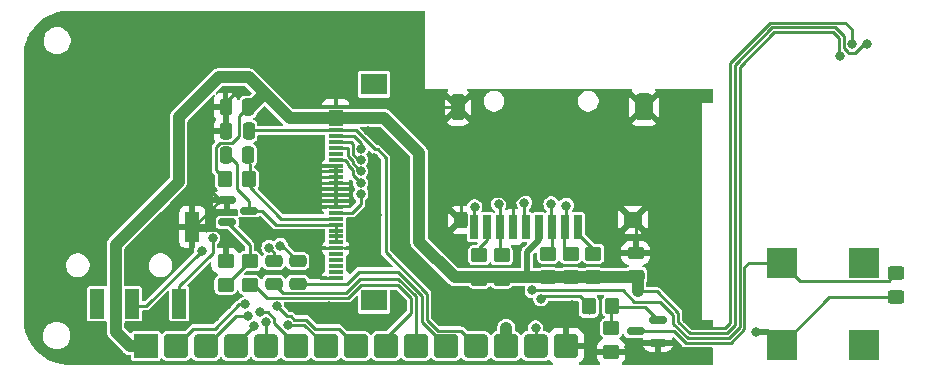
<source format=gbr>
%TF.GenerationSoftware,KiCad,Pcbnew,8.0.5-8.0.5-0~ubuntu22.04.1*%
%TF.CreationDate,2024-11-26T13:48:27+00:00*%
%TF.ProjectId,numcalcium,6e756d63-616c-4636-9975-6d2e6b696361,rev?*%
%TF.SameCoordinates,Original*%
%TF.FileFunction,Copper,L2,Bot*%
%TF.FilePolarity,Positive*%
%FSLAX46Y46*%
G04 Gerber Fmt 4.6, Leading zero omitted, Abs format (unit mm)*
G04 Created by KiCad (PCBNEW 8.0.5-8.0.5-0~ubuntu22.04.1) date 2024-11-26 13:48:27*
%MOMM*%
%LPD*%
G01*
G04 APERTURE LIST*
G04 Aperture macros list*
%AMRoundRect*
0 Rectangle with rounded corners*
0 $1 Rounding radius*
0 $2 $3 $4 $5 $6 $7 $8 $9 X,Y pos of 4 corners*
0 Add a 4 corners polygon primitive as box body*
4,1,4,$2,$3,$4,$5,$6,$7,$8,$9,$2,$3,0*
0 Add four circle primitives for the rounded corners*
1,1,$1+$1,$2,$3*
1,1,$1+$1,$4,$5*
1,1,$1+$1,$6,$7*
1,1,$1+$1,$8,$9*
0 Add four rect primitives between the rounded corners*
20,1,$1+$1,$2,$3,$4,$5,0*
20,1,$1+$1,$4,$5,$6,$7,0*
20,1,$1+$1,$6,$7,$8,$9,0*
20,1,$1+$1,$8,$9,$2,$3,0*%
G04 Aperture macros list end*
%TA.AperFunction,SMDPad,CuDef*%
%ADD10RoundRect,0.250000X0.450000X-0.350000X0.450000X0.350000X-0.450000X0.350000X-0.450000X-0.350000X0*%
%TD*%
%TA.AperFunction,SMDPad,CuDef*%
%ADD11RoundRect,0.250000X-0.475000X0.250000X-0.475000X-0.250000X0.475000X-0.250000X0.475000X0.250000X0*%
%TD*%
%TA.AperFunction,ConnectorPad*%
%ADD12RoundRect,0.250000X-0.750000X0.750000X-0.750000X-0.750000X0.750000X-0.750000X0.750000X0.750000X0*%
%TD*%
%TA.AperFunction,ConnectorPad*%
%ADD13RoundRect,0.294118X-0.705882X0.705882X-0.705882X-0.705882X0.705882X-0.705882X0.705882X0.705882X0*%
%TD*%
%TA.AperFunction,ConnectorPad*%
%ADD14R,2.000000X2.000000*%
%TD*%
%TA.AperFunction,SMDPad,CuDef*%
%ADD15RoundRect,0.150000X0.587500X0.150000X-0.587500X0.150000X-0.587500X-0.150000X0.587500X-0.150000X0*%
%TD*%
%TA.AperFunction,SMDPad,CuDef*%
%ADD16R,2.500000X2.500000*%
%TD*%
%TA.AperFunction,SMDPad,CuDef*%
%ADD17RoundRect,0.250000X0.475000X-0.250000X0.475000X0.250000X-0.475000X0.250000X-0.475000X-0.250000X0*%
%TD*%
%TA.AperFunction,SMDPad,CuDef*%
%ADD18RoundRect,0.250000X0.350000X0.450000X-0.350000X0.450000X-0.350000X-0.450000X0.350000X-0.450000X0*%
%TD*%
%TA.AperFunction,SMDPad,CuDef*%
%ADD19RoundRect,0.250000X0.450000X-0.325000X0.450000X0.325000X-0.450000X0.325000X-0.450000X-0.325000X0*%
%TD*%
%TA.AperFunction,SMDPad,CuDef*%
%ADD20RoundRect,0.250000X0.250000X0.475000X-0.250000X0.475000X-0.250000X-0.475000X0.250000X-0.475000X0*%
%TD*%
%TA.AperFunction,SMDPad,CuDef*%
%ADD21RoundRect,0.250000X-0.250000X-0.475000X0.250000X-0.475000X0.250000X0.475000X-0.250000X0.475000X0*%
%TD*%
%TA.AperFunction,SMDPad,CuDef*%
%ADD22RoundRect,0.381000X-0.381000X0.762000X-0.381000X-0.762000X0.381000X-0.762000X0.381000X0.762000X0*%
%TD*%
%TA.AperFunction,SMDPad,CuDef*%
%ADD23RoundRect,0.350000X-0.450000X-0.350000X0.450000X-0.350000X0.450000X0.350000X-0.450000X0.350000X0*%
%TD*%
%TA.AperFunction,SMDPad,CuDef*%
%ADD24RoundRect,0.300000X-0.300000X-0.400000X0.300000X-0.400000X0.300000X0.400000X-0.300000X0.400000X0*%
%TD*%
%TA.AperFunction,SMDPad,CuDef*%
%ADD25RoundRect,0.300000X0.300000X0.800000X-0.300000X0.800000X-0.300000X-0.800000X0.300000X-0.800000X0*%
%TD*%
%TA.AperFunction,SMDPad,CuDef*%
%ADD26R,0.700000X2.000000*%
%TD*%
%TA.AperFunction,SMDPad,CuDef*%
%ADD27RoundRect,0.150000X-0.587500X-0.150000X0.587500X-0.150000X0.587500X0.150000X-0.587500X0.150000X0*%
%TD*%
%TA.AperFunction,SMDPad,CuDef*%
%ADD28RoundRect,0.250000X-0.450000X0.350000X-0.450000X-0.350000X0.450000X-0.350000X0.450000X0.350000X0*%
%TD*%
%TA.AperFunction,SMDPad,CuDef*%
%ADD29RoundRect,0.250000X-0.350000X-0.450000X0.350000X-0.450000X0.350000X0.450000X-0.350000X0.450000X0*%
%TD*%
%TA.AperFunction,SMDPad,CuDef*%
%ADD30R,2.200000X1.800000*%
%TD*%
%TA.AperFunction,SMDPad,CuDef*%
%ADD31R,1.300000X0.300000*%
%TD*%
%TA.AperFunction,SMDPad,CuDef*%
%ADD32R,1.200000X2.500000*%
%TD*%
%TA.AperFunction,ViaPad*%
%ADD33C,0.800000*%
%TD*%
%TA.AperFunction,Conductor*%
%ADD34C,0.250000*%
%TD*%
%TA.AperFunction,Conductor*%
%ADD35C,0.500000*%
%TD*%
%TA.AperFunction,Conductor*%
%ADD36C,1.000000*%
%TD*%
G04 APERTURE END LIST*
D10*
%TO.P,R25,2*%
%TO.N,Net-(J12-DAT2)*%
X47752000Y13446000D03*
%TO.P,R25,1*%
%TO.N,/Front/VDD*%
X47752000Y11446000D03*
%TD*%
D11*
%TO.P,C13,2*%
%TO.N,/Front/A_R1*%
X20701000Y10927000D03*
%TO.P,C13,1*%
%TO.N,Net-(C13-Pad1)*%
X20701000Y12827000D03*
%TD*%
D12*
%TO.P,IPC2,15,Pin_15*%
%TO.N,GND*%
X45450001Y5635289D03*
D13*
%TO.P,IPC2,14,Pin_14*%
%TO.N,/Front/BUZZER*%
X42910001Y5635289D03*
D12*
%TO.P,IPC2,13,Pin_13*%
%TO.N,/Front/LED*%
X40370001Y5635289D03*
D13*
%TO.P,IPC2,12,Pin_12*%
%TO.N,/Front/LCD_RST*%
X37830001Y5635289D03*
D12*
%TO.P,IPC2,11,Pin_11*%
%TO.N,/Front/A_T*%
X35290001Y5635289D03*
%TO.P,IPC2,10,Pin_10*%
%TO.N,/Front/A_R1*%
X32750001Y5635289D03*
%TO.P,IPC2,9,Pin_9*%
%TO.N,/Front/LCD_LED*%
X30210001Y5635289D03*
%TO.P,IPC2,8,Pin_8*%
%TO.N,/Front/LCD_DC*%
X27670001Y5635289D03*
%TO.P,IPC2,7,Pin_7*%
%TO.N,/Front/SD_CS*%
X25130001Y5635289D03*
%TO.P,IPC2,6,Pin_6*%
%TO.N,/Front/CK*%
X22590001Y5635289D03*
D13*
%TO.P,IPC2,5,Pin_5*%
%TO.N,/Front/MOSI*%
X20050001Y5635289D03*
%TO.P,IPC2,4,Pin_4*%
%TO.N,/Front/MISO*%
X17510001Y5635289D03*
%TO.P,IPC2,3,Pin_3*%
%TO.N,/Front/LCD_CS*%
X14970001Y5635289D03*
D12*
%TO.P,IPC2,2,Pin_2*%
%TO.N,/Front/SD_DET*%
X12430001Y5635289D03*
D14*
%TO.P,IPC2,1,Pin_1*%
%TO.N,/Front/VDD*%
X9890001Y5635289D03*
%TD*%
D15*
%TO.P,Q8,3,D*%
%TO.N,Net-(BZ1--)*%
X51363400Y6873200D03*
%TO.P,Q8,2,S*%
%TO.N,GND*%
X53238400Y5923200D03*
%TO.P,Q8,1,G*%
%TO.N,Net-(Q8-G)*%
X53238400Y7823200D03*
%TD*%
D16*
%TO.P,BZ1,4*%
%TO.N,N/C*%
X70708400Y5700000D03*
%TO.P,BZ1,3*%
X70708400Y12700000D03*
%TO.P,BZ1,2,-*%
%TO.N,Net-(BZ1--)*%
X63708400Y12700000D03*
%TO.P,BZ1,1,+*%
%TO.N,/Front/VDD*%
X63708400Y5700000D03*
%TD*%
D10*
%TO.P,R24,2*%
%TO.N,/Front/SD_CS*%
X45847000Y13449983D03*
%TO.P,R24,1*%
%TO.N,/Front/VDD*%
X45847000Y11449983D03*
%TD*%
%TO.P,R18,2*%
%TO.N,GND*%
X16637000Y12811000D03*
%TO.P,R18,1*%
%TO.N,Net-(Q9-G)*%
X16637000Y10811000D03*
%TD*%
%TO.P,R20,2*%
%TO.N,Net-(Q9-G)*%
X18669000Y12795000D03*
%TO.P,R20,1*%
%TO.N,/Front/LCD_LED*%
X18669000Y10795000D03*
%TD*%
D17*
%TO.P,C15,2*%
%TO.N,GND*%
X51358800Y13497600D03*
%TO.P,C15,1*%
%TO.N,/Front/VDD*%
X51358800Y11597600D03*
%TD*%
D10*
%TO.P,R21,2*%
%TO.N,Net-(J12-DAT1)*%
X38100000Y13319000D03*
%TO.P,R21,1*%
%TO.N,/Front/VDD*%
X38100000Y11319000D03*
%TD*%
D18*
%TO.P,R19,2*%
%TO.N,/Front/VDD*%
X16607200Y19761200D03*
%TO.P,R19,1*%
%TO.N,Net-(J4-Pin_20)*%
X18607200Y19761200D03*
%TD*%
D19*
%TO.P,D27,2,A*%
%TO.N,Net-(BZ1--)*%
X73406000Y11794600D03*
%TO.P,D27,1,K*%
%TO.N,/Front/VDD*%
X73406000Y9744600D03*
%TD*%
D20*
%TO.P,C10,2*%
%TO.N,GND*%
X16626800Y25857200D03*
%TO.P,C10,1*%
%TO.N,/Front/VDD*%
X18526800Y25857200D03*
%TD*%
D21*
%TO.P,C9,2*%
%TO.N,Net-(J4-Pin_20)*%
X18542000Y21793200D03*
%TO.P,C9,1*%
%TO.N,Net-(J4-Pin_21)*%
X16642000Y21793200D03*
%TD*%
D20*
%TO.P,C11,2*%
%TO.N,GND*%
X16677600Y23825200D03*
%TO.P,C11,1*%
%TO.N,/Front/LCD_RST*%
X18577600Y23825200D03*
%TD*%
D22*
%TO.P,J12,11,SHIELD*%
%TO.N,GND*%
X52034000Y25865200D03*
D23*
X51134000Y16320000D03*
D24*
X36534000Y16320000D03*
D25*
X36284000Y25865200D03*
D26*
%TO.P,J12,9,#DET*%
%TO.N,/Front/SD_DET*%
X37684000Y15715200D03*
%TO.P,J12,8,DAT1*%
%TO.N,Net-(J12-DAT1)*%
X38784000Y15715200D03*
%TO.P,J12,7,DAT0*%
%TO.N,/Front/MISO*%
X39884000Y15715200D03*
%TO.P,J12,6,VSS*%
%TO.N,GND*%
X40984000Y15715200D03*
%TO.P,J12,5,CLK*%
%TO.N,/Front/CK*%
X42084000Y15715200D03*
%TO.P,J12,4,VDD*%
%TO.N,/Front/VDD*%
X43184000Y15715200D03*
%TO.P,J12,3,CMD*%
%TO.N,/Front/MOSI*%
X44284000Y15715200D03*
%TO.P,J12,2,DAT3/CD*%
%TO.N,/Front/SD_CS*%
X45384000Y15715200D03*
%TO.P,J12,1,DAT2*%
%TO.N,Net-(J12-DAT2)*%
X46484000Y15715200D03*
%TD*%
D27*
%TO.P,Q9,3,D*%
%TO.N,Net-(J4-Pin_21)*%
X18643600Y17068800D03*
%TO.P,Q9,2,S*%
%TO.N,GND*%
X16768600Y18018800D03*
%TO.P,Q9,1,G*%
%TO.N,Net-(Q9-G)*%
X16768600Y16118800D03*
%TD*%
D10*
%TO.P,R22,2*%
%TO.N,/Front/MISO*%
X40005000Y13319000D03*
%TO.P,R22,1*%
%TO.N,/Front/VDD*%
X40005000Y11319000D03*
%TD*%
D28*
%TO.P,R27,2*%
%TO.N,GND*%
X49276000Y5146800D03*
%TO.P,R27,1*%
%TO.N,Net-(Q8-G)*%
X49276000Y7146800D03*
%TD*%
D29*
%TO.P,R13,2*%
%TO.N,Net-(Q8-G)*%
X49377600Y8991600D03*
%TO.P,R13,1*%
%TO.N,/Front/BUZZER*%
X47377600Y8991600D03*
%TD*%
D30*
%TO.P,J4,MP*%
%TO.N,N/C*%
X29210000Y9510800D03*
X29210000Y27810800D03*
D31*
%TO.P,J4,30,Pin_30*%
%TO.N,GND*%
X25960000Y11410800D03*
%TO.P,J4,29,Pin_29*%
%TO.N,unconnected-(J4-Pin_29-Pad29)*%
X25960000Y11910800D03*
%TO.P,J4,28,Pin_28*%
%TO.N,unconnected-(J4-Pin_28-Pad28)*%
X25960000Y12410800D03*
%TO.P,J4,27,Pin_27*%
%TO.N,unconnected-(J4-Pin_27-Pad27)*%
X25960000Y12910800D03*
%TO.P,J4,26,Pin_26*%
%TO.N,unconnected-(J4-Pin_26-Pad26)*%
X25960000Y13410800D03*
%TO.P,J4,25,Pin_25*%
%TO.N,GND*%
X25960000Y13910800D03*
%TO.P,J4,24,Pin_24*%
%TO.N,Net-(J4-Pin_21)*%
X25960000Y14410800D03*
%TO.P,J4,23,Pin_23*%
X25960000Y14910800D03*
%TO.P,J4,22,Pin_22*%
X25960000Y15410800D03*
%TO.P,J4,21,Pin_21*%
X25960000Y15910800D03*
%TO.P,J4,20,Pin_20*%
%TO.N,Net-(J4-Pin_20)*%
X25960000Y16410800D03*
%TO.P,J4,19,Pin_19*%
%TO.N,/Front/MISO*%
X25960000Y16910800D03*
%TO.P,J4,18,Pin_18*%
%TO.N,GND*%
X25960000Y17410800D03*
%TO.P,J4,17,Pin_17*%
X25960000Y17910800D03*
%TO.P,J4,16,Pin_16*%
X25960000Y18410800D03*
%TO.P,J4,15,Pin_15*%
X25960000Y18910800D03*
%TO.P,J4,14,Pin_14*%
X25960000Y19410800D03*
%TO.P,J4,13,Pin_13*%
X25960000Y19910800D03*
%TO.P,J4,12,Pin_12*%
X25960000Y20410800D03*
%TO.P,J4,11,Pin_11*%
X25960000Y20910800D03*
%TO.P,J4,10,Pin_10*%
%TO.N,/Front/MOSI*%
X25960000Y21410800D03*
%TO.P,J4,9,Pin_9*%
%TO.N,unconnected-(J4-Pin_9-Pad9)*%
X25960000Y21910800D03*
%TO.P,J4,8,Pin_8*%
%TO.N,/Front/LCD_DC*%
X25960000Y22410800D03*
%TO.P,J4,7,Pin_7*%
%TO.N,/Front/CK*%
X25960000Y22910800D03*
%TO.P,J4,6,Pin_6*%
%TO.N,/Front/LCD_CS*%
X25960000Y23410800D03*
%TO.P,J4,5,Pin_5*%
%TO.N,/Front/LCD_RST*%
X25960000Y23910800D03*
%TO.P,J4,4,Pin_4*%
%TO.N,/Front/VDD*%
X25960000Y24410800D03*
%TO.P,J4,3,Pin_3*%
X25960000Y24910800D03*
%TO.P,J4,2,Pin_2*%
X25960000Y25410800D03*
%TO.P,J4,1,Pin_1*%
%TO.N,GND*%
X25960000Y25910800D03*
%TD*%
D11*
%TO.P,C12,2*%
%TO.N,/Front/A_T*%
X22733000Y10927000D03*
%TO.P,C12,1*%
%TO.N,Net-(C12-Pad1)*%
X22733000Y12827000D03*
%TD*%
D10*
%TO.P,R23,2*%
%TO.N,/Front/MOSI*%
X43942000Y13446000D03*
%TO.P,R23,1*%
%TO.N,/Front/VDD*%
X43942000Y11446000D03*
%TD*%
D32*
%TO.P,J9,T*%
%TO.N,Net-(C12-Pad1)*%
X12725200Y9220200D03*
%TO.P,J9,S*%
%TO.N,GND*%
X13825200Y15720200D03*
%TO.P,J9,R2*%
%TO.N,unconnected-(J9-PadR2)*%
X5725200Y9220200D03*
%TO.P,J9,R1*%
%TO.N,Net-(C13-Pad1)*%
X8725200Y9220200D03*
%TD*%
D33*
%TO.N,GND*%
X40640000Y20828000D03*
X28448000Y7620000D03*
X49784000Y26924000D03*
X69638000Y31195002D03*
X21971000Y17526000D03*
X20066000Y25019000D03*
X55372000Y10160000D03*
X15748000Y8128000D03*
X13970000Y22098000D03*
X29464000Y16764000D03*
X28702000Y23876000D03*
X1270000Y9398000D03*
X46736000Y18542000D03*
X38100000Y26924000D03*
X31496000Y16764000D03*
X25400000Y9046999D03*
X15240000Y33020000D03*
X14732000Y10668000D03*
X20320000Y22860000D03*
X5588000Y29210000D03*
X28575000Y13589000D03*
X34544000Y15494000D03*
X53340000Y16256000D03*
X45720000Y19304000D03*
X4064000Y14732000D03*
X55473600Y4978400D03*
X38100000Y24384000D03*
X51308000Y18288000D03*
X11684000Y16256000D03*
X4064000Y10160000D03*
X34544000Y21336000D03*
X49784000Y24384000D03*
X14224000Y18288000D03*
X24384000Y8128000D03*
X31496000Y14224000D03*
X14224000Y8128000D03*
X24257000Y17399000D03*
X17526000Y27178000D03*
X42164000Y19812000D03*
X28575000Y15494000D03*
X55372000Y15240000D03*
X33274000Y12192000D03*
X20320000Y19685000D03*
X55372000Y20320000D03*
X45974000Y9144000D03*
X23876000Y13970000D03*
X35306000Y8382000D03*
X18796000Y15748000D03*
X43434000Y8636000D03*
X34544000Y17272000D03*
X40640000Y9652000D03*
X34544000Y24384000D03*
X24257000Y26289000D03*
X54356000Y26924000D03*
X47752000Y17780000D03*
X23622000Y20955000D03*
X25400000Y33020000D03*
X35052000Y10414000D03*
X36576000Y21336000D03*
X24384000Y23114000D03*
X43688000Y19304000D03*
X5080000Y33020000D03*
X24373999Y14986000D03*
X34544000Y26924000D03*
X38354000Y8382000D03*
X38608000Y21336000D03*
X29210000Y21590000D03*
X36068000Y13716000D03*
X54356000Y24384000D03*
X6604000Y25400000D03*
X16764000Y9144000D03*
X11684000Y14732000D03*
X23622000Y18923000D03*
X47498000Y5588000D03*
X23622000Y19939000D03*
X48768000Y16256000D03*
X23241000Y26289000D03*
X50800000Y5588000D03*
%TO.N,/Front/VDD*%
X51511200Y10261600D03*
X61518800Y6858000D03*
X70908000Y31200000D03*
%TO.N,Net-(C12-Pad1)*%
X15524000Y14782000D03*
X21266940Y14127824D03*
%TO.N,Net-(C13-Pad1)*%
X20320000Y13970000D03*
X14605000Y13716000D03*
%TO.N,/Front/LED*%
X42595000Y10337000D03*
X68645631Y30207631D03*
X40386000Y7188200D03*
%TO.N,/Front/LCD_DC*%
X28066084Y20422494D03*
X20955000Y9046999D03*
%TO.N,/Front/MISO*%
X19050000Y7366000D03*
X39751000Y17653000D03*
X28067226Y18470998D03*
%TO.N,/Front/CK*%
X19541626Y8474137D03*
X41910000Y17780000D03*
X28064394Y21392655D03*
%TO.N,/Front/MOSI*%
X28066507Y19431000D03*
X44196000Y17653000D03*
X20066000Y7670000D03*
%TO.N,/Front/LCD_CS*%
X18517487Y8164770D03*
X28099928Y22352000D03*
%TO.N,/Front/SD_CS*%
X21881152Y7455848D03*
X45466000Y17526000D03*
%TO.N,/Front/SD_DET*%
X37719000Y17399000D03*
X18281007Y9150993D03*
%TO.N,/Front/BUZZER*%
X43326574Y9652000D03*
X42875200Y7162800D03*
%TD*%
D34*
%TO.N,GND*%
X16637000Y12811000D02*
X16637000Y15369737D01*
X23634200Y18910800D02*
X25536400Y18910800D01*
X40984000Y17822737D02*
X41703263Y18542000D01*
X46736000Y18542000D02*
X48912000Y18542000D01*
X48912000Y18542000D02*
X51134000Y16320000D01*
X56123200Y7122800D02*
X55372000Y7874000D01*
X23622000Y18923000D02*
X23634200Y18910800D01*
X58875716Y7122800D02*
X56123200Y7122800D01*
X24635200Y25910800D02*
X25536400Y25910800D01*
X24666400Y11410800D02*
X24638000Y11439200D01*
X16626800Y26278800D02*
X17526000Y27178000D01*
X45450001Y5635289D02*
X47450711Y5635289D01*
X62738000Y33020000D02*
X59323600Y29605600D01*
X51410669Y16043331D02*
X51134000Y16320000D01*
X24638000Y13843000D02*
X24705800Y13910800D01*
X69638000Y31195002D02*
X69638000Y32470000D01*
X55372000Y7874000D02*
X55372000Y10160000D01*
X45974000Y9144000D02*
X45450001Y8620001D01*
X40984000Y15715200D02*
X40984000Y17388737D01*
X69638000Y32470000D02*
X69088000Y33020000D01*
X14127000Y21941000D02*
X13970000Y22098000D01*
X24257000Y26289000D02*
X24635200Y25910800D01*
X14783600Y23876800D02*
X14884400Y23977600D01*
X36534000Y17738000D02*
X36534000Y16320000D01*
X16768600Y18018800D02*
X16144200Y18018800D01*
X69088000Y33020000D02*
X62738000Y33020000D01*
X13825200Y15543600D02*
X13825200Y15603200D01*
X51358800Y16095200D02*
X51134000Y16320000D01*
X47450711Y5635289D02*
X47498000Y5588000D01*
X40984000Y17388737D02*
X40034737Y18338000D01*
X40984000Y17388737D02*
X40984000Y17822737D01*
X37134000Y18338000D02*
X36534000Y17738000D01*
X13825200Y15603200D02*
X16240800Y18018800D01*
X45450001Y8620001D02*
X45450001Y5635289D01*
X23622000Y20955000D02*
X23666200Y20910800D01*
X24705800Y13910800D02*
X25536400Y13910800D01*
X14884400Y23977600D02*
X16525200Y23977600D01*
X16626800Y25857200D02*
X16626800Y26278800D01*
X14493200Y18018800D02*
X14224000Y18288000D01*
X24257000Y26289000D02*
X23241000Y26289000D01*
X16677600Y23825200D02*
X16677600Y25806400D01*
X25960000Y17410800D02*
X25536400Y17410800D01*
X16144200Y18018800D02*
X14783600Y19379400D01*
X14783600Y21941000D02*
X14127000Y21941000D01*
X51410669Y13354983D02*
X51410669Y16043331D01*
X25536400Y25910800D02*
X36238400Y25910800D01*
X14783600Y19379400D02*
X14783600Y21941000D01*
X36238400Y25910800D02*
X36284000Y25865200D01*
X41703263Y18542000D02*
X46736000Y18542000D01*
X23666200Y20910800D02*
X25960000Y20910800D01*
X25536400Y11410800D02*
X24666400Y11410800D01*
X16768600Y18018800D02*
X14493200Y18018800D01*
X59323600Y7570684D02*
X58875716Y7122800D01*
X13901800Y15467000D02*
X13825200Y15543600D01*
X51358800Y13497600D02*
X51358800Y16095200D01*
X24638000Y11439200D02*
X24638000Y13843000D01*
X59323600Y29605600D02*
X59323600Y7570684D01*
X16525200Y23977600D02*
X16677600Y23825200D01*
X23622000Y19939000D02*
X25508200Y19939000D01*
X16539737Y15467000D02*
X13901800Y15467000D01*
X25508200Y19939000D02*
X25536400Y19910800D01*
X16677600Y25806400D02*
X16626800Y25857200D01*
X14783600Y21941000D02*
X14783600Y23876800D01*
X40034737Y18338000D02*
X37134000Y18338000D01*
X25960000Y20910800D02*
X25960000Y17410800D01*
X16240800Y18018800D02*
X16768600Y18018800D01*
X16637000Y15369737D02*
X16539737Y15467000D01*
%TO.N,Net-(BZ1--)*%
X55613716Y5892800D02*
X59385200Y5892800D01*
X60909200Y12700000D02*
X63708400Y12700000D01*
X60553600Y7061200D02*
X60553600Y12344400D01*
X54633316Y6873200D02*
X55613716Y5892800D01*
X59385200Y5892800D02*
X60553600Y7061200D01*
X60553600Y12344400D02*
X60909200Y12700000D01*
X51363400Y6873200D02*
X54633316Y6873200D01*
X73406000Y11794600D02*
X72776400Y11165000D01*
X72776400Y11165000D02*
X65243400Y11165000D01*
X65243400Y11165000D02*
X63708400Y12700000D01*
%TO.N,Net-(J4-Pin_21)*%
X16697200Y21848400D02*
X16753800Y21905000D01*
X25960000Y14410800D02*
X25536400Y14410800D01*
X17576800Y18948400D02*
X18599900Y17925300D01*
X16753800Y21905000D02*
X17576800Y21082000D01*
X19710400Y17068800D02*
X20868400Y15910800D01*
X20868400Y15910800D02*
X25960000Y15910800D01*
X18599900Y17068800D02*
X19710400Y17068800D01*
X17576800Y21082000D02*
X17576800Y18948400D01*
X25960000Y15910800D02*
X25960000Y14410800D01*
X18599900Y17925300D02*
X18599900Y17068800D01*
%TO.N,Net-(J4-Pin_20)*%
X18662400Y21067600D02*
X18597200Y21132800D01*
X18662400Y19100800D02*
X18662400Y21067600D01*
X25536400Y16410800D02*
X21352400Y16410800D01*
X21352400Y16410800D02*
X18662400Y19100800D01*
D35*
%TO.N,/Front/VDD*%
X42164000Y13589000D02*
X42164000Y11454983D01*
D34*
X17780000Y25110400D02*
X18526800Y25857200D01*
X67753000Y9744600D02*
X63708400Y5700000D01*
D36*
X42164000Y11454983D02*
X36043017Y11454983D01*
D34*
X59733600Y29435772D02*
X59733600Y7400856D01*
D35*
X43184000Y14609000D02*
X42164000Y13589000D01*
D36*
X9890001Y5635289D02*
X8537911Y5635289D01*
D34*
X15857000Y20511400D02*
X15857000Y22496732D01*
D36*
X36043017Y11454983D02*
X33020000Y14478000D01*
X7315200Y6858000D02*
X7315200Y13258800D01*
D34*
X68953000Y31750000D02*
X68952999Y31885001D01*
X54962000Y7704172D02*
X54962000Y8436400D01*
D36*
X51511200Y11354452D02*
X51410669Y11454983D01*
D34*
X70908000Y31200000D02*
X70654000Y31200000D01*
D36*
X7315200Y14224000D02*
X7315200Y13004800D01*
D35*
X62550400Y6858000D02*
X63708400Y5700000D01*
D36*
X51511200Y10261600D02*
X51511200Y11354452D01*
X51410669Y11454983D02*
X42164000Y11454983D01*
X18592800Y28397200D02*
X19939000Y27051000D01*
X30048200Y24942800D02*
X22047200Y24942800D01*
X18745200Y25857200D02*
X18526800Y25857200D01*
D35*
X61518800Y6858000D02*
X62550400Y6858000D01*
D36*
X12649200Y19558000D02*
X7315200Y14224000D01*
D34*
X68952999Y31885001D02*
X68228000Y32610000D01*
D36*
X12649200Y24993600D02*
X12649200Y19558000D01*
D34*
X16607200Y19761200D02*
X15857000Y20511400D01*
X17780000Y23439068D02*
X17780000Y25110400D01*
D36*
X8537911Y5635289D02*
X7315200Y6858000D01*
D34*
X54962000Y8436400D02*
X53136800Y10261600D01*
D36*
X19939000Y27051000D02*
X18745200Y25857200D01*
D34*
X68953000Y30868999D02*
X68953000Y31750000D01*
X17156132Y22815200D02*
X17780000Y23439068D01*
X62907829Y32610001D02*
X59733600Y29435772D01*
D35*
X43184000Y15715200D02*
X43184000Y14609000D01*
D34*
X59733600Y7400856D02*
X59045544Y6712800D01*
X25552400Y25475800D02*
X25501600Y25475800D01*
X69934000Y30480000D02*
X69330631Y30480000D01*
X59045544Y6712800D02*
X55953372Y6712800D01*
X53136800Y10261600D02*
X51511200Y10261600D01*
X68228000Y32610000D02*
X63247483Y32610001D01*
X25552400Y25146000D02*
X25552400Y25475800D01*
X70654000Y31200000D02*
X69934000Y30480000D01*
X25474800Y25349200D02*
X25536400Y25410800D01*
D36*
X22047200Y24942800D02*
X18592800Y28397200D01*
X33020000Y14478000D02*
X33020000Y21971000D01*
D34*
X73406000Y9744600D02*
X67753000Y9744600D01*
X16175468Y22815200D02*
X17156132Y22815200D01*
X63247483Y32610001D02*
X62907829Y32610001D01*
D36*
X18592800Y28397200D02*
X16052800Y28397200D01*
D34*
X68953000Y31750000D02*
X68953000Y31885000D01*
X69330631Y30491368D02*
X68953000Y30868999D01*
X69330631Y30480000D02*
X69330631Y30491368D01*
X55953372Y6712800D02*
X54962000Y7704172D01*
D36*
X33020000Y21971000D02*
X30048200Y24942800D01*
X16052800Y28397200D02*
X12649200Y24993600D01*
D34*
X15857000Y22496732D02*
X16175468Y22815200D01*
%TO.N,/Front/LCD_RST*%
X29493737Y22275000D02*
X29287000Y22275000D01*
X27651200Y23910800D02*
X18542000Y23910800D01*
X36545001Y6920289D02*
X34584829Y6920289D01*
X37830001Y5635289D02*
X36545001Y6920289D01*
X30175200Y13584628D02*
X30175200Y21593537D01*
X33684001Y7821117D02*
X33684001Y10075827D01*
X30175200Y21593537D02*
X29493737Y22275000D01*
X34584829Y6920289D02*
X33684001Y7821117D01*
X29287000Y22275000D02*
X27651200Y23910800D01*
X33684001Y10075827D02*
X30175200Y13584628D01*
%TO.N,/Front/A_T*%
X26929000Y10927000D02*
X27940000Y11938000D01*
X27940000Y11938000D02*
X31242000Y11938000D01*
X22733000Y10927000D02*
X26929000Y10927000D01*
X31242000Y11938000D02*
X33274000Y9906000D01*
X33274000Y9906000D02*
X33274000Y7651290D01*
X33274000Y7651290D02*
X35290001Y5635289D01*
%TO.N,Net-(C12-Pad1)*%
X15524000Y13492000D02*
X15524000Y14782000D01*
X21266940Y14127824D02*
X21432176Y14127824D01*
X21432176Y14127824D02*
X22733000Y12827000D01*
X12725200Y9043600D02*
X12725200Y10693200D01*
X12725200Y10693200D02*
X15524000Y13492000D01*
%TO.N,/Front/A_R1*%
X21486000Y10142000D02*
X20701000Y10927000D01*
X26834172Y10142000D02*
X21486000Y10142000D01*
X28035458Y11343286D02*
X26834172Y10142000D01*
X32750001Y5635289D02*
X32750001Y9850171D01*
X32750001Y9850171D02*
X31256886Y11343286D01*
X31256886Y11343286D02*
X28035458Y11343286D01*
%TO.N,Net-(C13-Pad1)*%
X14605000Y13716000D02*
X9932600Y9043600D01*
X9932600Y9043600D02*
X8725200Y9043600D01*
X20701000Y13589000D02*
X20320000Y13970000D01*
X20447000Y12573000D02*
X20701000Y12827000D01*
X20701000Y12827000D02*
X20701000Y13589000D01*
%TO.N,/Front/LED*%
X54552000Y7534344D02*
X54552000Y8266572D01*
X51181000Y9398000D02*
X50242000Y10337000D01*
X53420572Y9398000D02*
X51181000Y9398000D01*
X68645631Y30207631D02*
X68542999Y30310263D01*
X54552000Y8266572D02*
X53420572Y9398000D01*
X60143600Y29265944D02*
X60143600Y7231028D01*
D36*
X40386000Y7188200D02*
X40386000Y5651288D01*
D34*
X60143600Y7231028D02*
X59215372Y6302800D01*
X68542999Y31715173D02*
X68058172Y32200000D01*
X63077656Y32200000D02*
X60143600Y29265944D01*
X59215372Y6302800D02*
X55783544Y6302800D01*
X68058172Y32200000D02*
X63077656Y32200000D01*
X55783544Y6302800D02*
X54552000Y7534344D01*
X50242000Y10337000D02*
X42595000Y10337000D01*
X68542999Y30310263D02*
X68542999Y31715173D01*
X40386000Y5651288D02*
X40370001Y5635289D01*
%TO.N,/Front/LCD_DC*%
X27004927Y21691245D02*
X27004927Y22030899D01*
X23479270Y7865848D02*
X24233118Y7112000D01*
X21861151Y8140848D02*
X22164889Y8140848D01*
X28066084Y20701916D02*
X28060345Y20707655D01*
X22164889Y8140848D02*
X22439889Y7865848D01*
X27004928Y22030900D02*
X27004928Y22410800D01*
X24233118Y7112000D02*
X26193290Y7112000D01*
X27780657Y20707655D02*
X27379394Y21108918D01*
X22439889Y7865848D02*
X23479270Y7865848D01*
X20955000Y9046999D02*
X21861151Y8140848D01*
X27379394Y21108918D02*
X27379394Y21316778D01*
X27379394Y21316778D02*
X27004928Y21691246D01*
X27004927Y22030899D02*
X27004928Y22030900D01*
X26193290Y7112000D02*
X27670001Y5635289D01*
X27004928Y21691246D02*
X27004927Y21691245D01*
X27004928Y22410800D02*
X25536400Y22410800D01*
X28060345Y20707655D02*
X27780657Y20707655D01*
X28066084Y20422494D02*
X28066084Y20701916D01*
%TO.N,/Front/MISO*%
X18034000Y6350000D02*
X18034000Y6159288D01*
X39878000Y15721200D02*
X39884000Y15715200D01*
X28067226Y17653226D02*
X27324800Y16910800D01*
X39884000Y13440000D02*
X40005000Y13319000D01*
X19050000Y7366000D02*
X18034000Y6350000D01*
X39751000Y17653000D02*
X39878000Y17526000D01*
X39878000Y17526000D02*
X39878000Y15721200D01*
X27324800Y16910800D02*
X25536400Y16910800D01*
X18034000Y6159288D02*
X17510001Y5635289D01*
X39884000Y15715200D02*
X39884000Y13440000D01*
X28067226Y18470998D02*
X28067226Y17653226D01*
%TO.N,/Front/CK*%
X41910000Y17780000D02*
X41910000Y15889200D01*
X27414928Y21861072D02*
X27414928Y22750072D01*
X27254200Y22910800D02*
X25536400Y22910800D01*
X27414928Y22750072D02*
X27254200Y22910800D01*
X20751000Y7570000D02*
X22590001Y5730999D01*
X27883345Y21392655D02*
X27414928Y21861072D01*
X19541626Y8474137D02*
X20230600Y8474137D01*
X20751000Y7953737D02*
X20751000Y7570000D01*
X22590001Y5730999D02*
X22590001Y5635289D01*
X28064394Y21392655D02*
X27883345Y21392655D01*
X41910000Y15889200D02*
X42084000Y15715200D01*
X20230600Y8474137D02*
X20751000Y7953737D01*
%TO.N,/Front/MOSI*%
X26705544Y21410800D02*
X25536400Y21410800D01*
X20050001Y7654001D02*
X20050001Y5635289D01*
X44284000Y15715200D02*
X44284000Y13788000D01*
X27381084Y20116423D02*
X27381084Y20527400D01*
X44196000Y17653000D02*
X44196000Y15803200D01*
X28066507Y19431000D02*
X27381084Y20116423D01*
X44284000Y13788000D02*
X43942000Y13446000D01*
X26969393Y20939091D02*
X26969393Y21146951D01*
X20066000Y7670000D02*
X20050001Y7654001D01*
X44196000Y15803200D02*
X44284000Y15715200D01*
X27381084Y20527400D02*
X26969393Y20939091D01*
X26969393Y21146951D02*
X26705544Y21410800D01*
%TO.N,/Front/LCD_CS*%
X27516200Y23410800D02*
X25536400Y23410800D01*
X28099928Y22352000D02*
X28099928Y22827072D01*
X17499482Y8164770D02*
X14970001Y5635289D01*
X18517487Y8164770D02*
X17499482Y8164770D01*
X28099928Y22827072D02*
X27516200Y23410800D01*
%TO.N,/Front/SD_CS*%
X21881152Y7455848D02*
X23309442Y7455848D01*
X45274669Y13449983D02*
X45274669Y15605869D01*
X45466000Y17526000D02*
X45466000Y15797200D01*
X45466000Y15797200D02*
X45384000Y15715200D01*
X23309442Y7455848D02*
X25130001Y5635289D01*
X45274669Y15605869D02*
X45384000Y15715200D01*
%TO.N,/Front/SD_DET*%
X13906712Y7112000D02*
X12430001Y5635289D01*
X37684000Y17364000D02*
X37684000Y15715200D01*
X17786993Y9150993D02*
X15748000Y7112000D01*
X18281007Y9150993D02*
X17786993Y9150993D01*
X37719000Y17399000D02*
X37684000Y17364000D01*
X12430001Y6334001D02*
X12430001Y5635289D01*
X15748000Y7112000D02*
X13906712Y7112000D01*
%TO.N,Net-(Q8-G)*%
X49276000Y8890000D02*
X49377600Y8991600D01*
X49377600Y8432800D02*
X49377600Y8940800D01*
X49377600Y8940800D02*
X52120800Y8940800D01*
X49276000Y7146800D02*
X49276000Y8890000D01*
X52120800Y8940800D02*
X53238400Y7823200D01*
%TO.N,Net-(Q9-G)*%
X16685000Y10811000D02*
X16637000Y10811000D01*
X18669000Y12795000D02*
X16685000Y10811000D01*
X18669000Y12795000D02*
X18669000Y14218400D01*
X18669000Y14218400D02*
X16768600Y16118800D01*
X16643600Y15993800D02*
X16768600Y16118800D01*
%TO.N,Net-(J12-DAT1)*%
X38784000Y14603200D02*
X38100000Y13919200D01*
X38784000Y14603200D02*
X38784000Y15715200D01*
X38100000Y13919200D02*
X38100000Y13319000D01*
%TO.N,/Front/BUZZER*%
X42910001Y7127999D02*
X42875200Y7162800D01*
X47377600Y9112000D02*
X47377600Y8432800D01*
X43503574Y9829000D02*
X46660600Y9829000D01*
X43326574Y9652000D02*
X43503574Y9829000D01*
X46660600Y9829000D02*
X47377600Y9112000D01*
X42910001Y5635289D02*
X42910001Y7127999D01*
%TO.N,Net-(J12-DAT2)*%
X46484000Y15111000D02*
X48145017Y13449983D01*
X48145017Y13449983D02*
X48224669Y13449983D01*
X46484000Y15715200D02*
X46484000Y15111000D01*
%TO.N,/Front/LCD_LED*%
X20113001Y9731999D02*
X18669000Y11176000D01*
X32340001Y9680343D02*
X31233672Y10786672D01*
X31233672Y10786672D02*
X28058672Y10786672D01*
X28058672Y10786672D02*
X27003999Y9731999D01*
X27003999Y9731999D02*
X20113001Y9731999D01*
X30210001Y6334001D02*
X32340001Y8464001D01*
X30210001Y5635289D02*
X30210001Y6334001D01*
X32340001Y8464001D02*
X32340001Y9680343D01*
%TD*%
%TA.AperFunction,Conductor*%
%TO.N,GND*%
G36*
X33487191Y34015336D02*
G01*
X33523155Y33965836D01*
X33528000Y33935243D01*
X33528000Y27432000D01*
X35380422Y27432000D01*
X35438613Y27413093D01*
X35474577Y27363593D01*
X35474577Y27302407D01*
X35450426Y27262996D01*
X35354576Y27167146D01*
X35347256Y27155496D01*
X36283999Y26218753D01*
X37220742Y27155496D01*
X37213422Y27167147D01*
X37117574Y27262996D01*
X37089797Y27317513D01*
X37099368Y27377945D01*
X37142633Y27421210D01*
X37187578Y27432000D01*
X39224335Y27432000D01*
X39282526Y27413093D01*
X39318490Y27363593D01*
X39318490Y27302407D01*
X39282526Y27252907D01*
X39243649Y27235902D01*
X39223698Y27231933D01*
X39098626Y27207055D01*
X39098624Y27207054D01*
X38939299Y27141060D01*
X38939287Y27141054D01*
X38868422Y27093702D01*
X38795901Y27045245D01*
X38673955Y26923299D01*
X38657271Y26898329D01*
X38578145Y26779912D01*
X38578139Y26779900D01*
X38524882Y26651324D01*
X38512145Y26620574D01*
X38502986Y26574529D01*
X38478500Y26451431D01*
X38478500Y26278968D01*
X38512145Y26109826D01*
X38512145Y26109824D01*
X38578139Y25950499D01*
X38578145Y25950487D01*
X38673955Y25807101D01*
X38673958Y25807097D01*
X38795897Y25685158D01*
X38795901Y25685155D01*
X38939287Y25589345D01*
X38939299Y25589339D01*
X39098625Y25523345D01*
X39267768Y25489700D01*
X39267771Y25489700D01*
X39440231Y25489700D01*
X39552992Y25512130D01*
X39609374Y25523345D01*
X39609375Y25523345D01*
X39768700Y25589339D01*
X39768712Y25589345D01*
X39881124Y25664458D01*
X39912099Y25685155D01*
X40034045Y25807101D01*
X40074893Y25868234D01*
X40129854Y25950487D01*
X40129860Y25950499D01*
X40195854Y26109824D01*
X40195855Y26109826D01*
X40229500Y26278971D01*
X40229500Y26451429D01*
X40195855Y26620574D01*
X40129858Y26779905D01*
X40129856Y26779907D01*
X40129854Y26779912D01*
X40094582Y26832699D01*
X40034045Y26923299D01*
X39912099Y27045245D01*
X39810115Y27113388D01*
X39768712Y27141054D01*
X39768707Y27141056D01*
X39768705Y27141058D01*
X39609374Y27207055D01*
X39484301Y27231933D01*
X39464351Y27235902D01*
X39410967Y27265799D01*
X39385351Y27321364D01*
X39397288Y27381374D01*
X39442218Y27422906D01*
X39483665Y27432000D01*
X47204335Y27432000D01*
X47262526Y27413093D01*
X47298490Y27363593D01*
X47298490Y27302407D01*
X47262526Y27252907D01*
X47223649Y27235902D01*
X47203698Y27231933D01*
X47078626Y27207055D01*
X47078624Y27207054D01*
X46919299Y27141060D01*
X46919287Y27141054D01*
X46848422Y27093702D01*
X46775901Y27045245D01*
X46653955Y26923299D01*
X46637271Y26898329D01*
X46558145Y26779912D01*
X46558139Y26779900D01*
X46504882Y26651324D01*
X46492145Y26620574D01*
X46482986Y26574529D01*
X46458500Y26451431D01*
X46458500Y26278968D01*
X46492145Y26109826D01*
X46492145Y26109824D01*
X46558139Y25950499D01*
X46558145Y25950487D01*
X46653955Y25807101D01*
X46653958Y25807097D01*
X46775897Y25685158D01*
X46775901Y25685155D01*
X46919287Y25589345D01*
X46919299Y25589339D01*
X47078625Y25523345D01*
X47247768Y25489700D01*
X47247771Y25489700D01*
X47420231Y25489700D01*
X47532992Y25512130D01*
X47589374Y25523345D01*
X47589375Y25523345D01*
X47748700Y25589339D01*
X47748712Y25589345D01*
X47861124Y25664458D01*
X47892099Y25685155D01*
X48014045Y25807101D01*
X48054893Y25868234D01*
X48109854Y25950487D01*
X48109860Y25950499D01*
X48175854Y26109824D01*
X48175855Y26109826D01*
X48209500Y26278971D01*
X48209500Y26451429D01*
X48175855Y26620574D01*
X48141373Y26703822D01*
X50772000Y26703822D01*
X50772000Y25026598D01*
X50772001Y25026575D01*
X50774917Y24983570D01*
X50774919Y24983560D01*
X50779676Y24964430D01*
X51680445Y25865199D01*
X52387553Y25865199D01*
X53288323Y24964429D01*
X53293081Y24983559D01*
X53293081Y24983562D01*
X53295999Y25026577D01*
X53295999Y26703801D01*
X53295998Y26703826D01*
X53293081Y26746837D01*
X53288323Y26765969D01*
X52387553Y25865199D01*
X51680445Y25865199D01*
X50779675Y26765969D01*
X50774918Y26746837D01*
X50772000Y26703822D01*
X48141373Y26703822D01*
X48109858Y26779905D01*
X48109856Y26779907D01*
X48109854Y26779912D01*
X48074582Y26832699D01*
X48014045Y26923299D01*
X47892099Y27045245D01*
X47790115Y27113388D01*
X47748712Y27141054D01*
X47748707Y27141056D01*
X47748705Y27141058D01*
X47589374Y27207055D01*
X47464301Y27231933D01*
X47444351Y27235902D01*
X47390967Y27265799D01*
X47365351Y27321364D01*
X47377288Y27381374D01*
X47422218Y27422906D01*
X47463665Y27432000D01*
X50966835Y27432000D01*
X51025026Y27413093D01*
X51060990Y27363593D01*
X51060990Y27302407D01*
X51030122Y27257670D01*
X51030163Y27257630D01*
X51029943Y27257410D01*
X51028857Y27255836D01*
X51026370Y27253837D01*
X51026362Y27253829D01*
X51014134Y27238618D01*
X52033999Y26218753D01*
X53053864Y27238618D01*
X53041640Y27253826D01*
X53041633Y27253833D01*
X53039141Y27255837D01*
X53038214Y27257252D01*
X53037838Y27257629D01*
X53037916Y27257707D01*
X53005632Y27307031D01*
X53008613Y27368143D01*
X53046945Y27415833D01*
X53101165Y27432000D01*
X57813000Y27432000D01*
X57871191Y27413093D01*
X57907155Y27363593D01*
X57912000Y27333000D01*
X57912000Y26311800D01*
X57893093Y26253609D01*
X57843593Y26217645D01*
X57813000Y26212800D01*
X56995378Y26212800D01*
X56995378Y7874000D01*
X57813000Y7874000D01*
X57871191Y7855093D01*
X57907155Y7805593D01*
X57912000Y7775000D01*
X57912000Y7187300D01*
X57893093Y7129109D01*
X57843593Y7093145D01*
X57813000Y7088300D01*
X56149918Y7088300D01*
X56091727Y7107207D01*
X56079914Y7117296D01*
X55366496Y7830713D01*
X55338719Y7885230D01*
X55337500Y7900717D01*
X55337500Y8485833D01*
X55337500Y8485835D01*
X55336181Y8490758D01*
X55311911Y8581337D01*
X55262475Y8666962D01*
X53367363Y10562074D01*
X53367364Y10562074D01*
X53336024Y10580167D01*
X53281738Y10611510D01*
X53233986Y10624305D01*
X53186236Y10637100D01*
X52360700Y10637100D01*
X52302509Y10656007D01*
X52266545Y10705507D01*
X52261700Y10736100D01*
X52261700Y11051084D01*
X52276823Y11097630D01*
X52274205Y11099060D01*
X52277593Y11105265D01*
X52277596Y11105269D01*
X52322205Y11224872D01*
X52327889Y11240111D01*
X52327889Y11240112D01*
X52327891Y11240117D01*
X52334300Y11299727D01*
X52334299Y11895472D01*
X52327891Y11955083D01*
X52293455Y12047411D01*
X52277597Y12089929D01*
X52245203Y12133202D01*
X52191346Y12205146D01*
X52076131Y12291396D01*
X51989788Y12323599D01*
X51941877Y12361647D01*
X51925478Y12420594D01*
X51946859Y12477922D01*
X51993247Y12510331D01*
X52152924Y12563243D01*
X52302140Y12655280D01*
X52426119Y12779259D01*
X52518156Y12928475D01*
X52573306Y13094906D01*
X52583800Y13197612D01*
X52583800Y13247599D01*
X52583799Y13247600D01*
X50133802Y13247600D01*
X50133801Y13247599D01*
X50133801Y13197613D01*
X50133800Y13197613D01*
X50144292Y13094912D01*
X50144295Y13094900D01*
X50199443Y12928475D01*
X50291480Y12779259D01*
X50415459Y12655280D01*
X50564674Y12563243D01*
X50724353Y12510331D01*
X50773642Y12474079D01*
X50792210Y12415779D01*
X50772964Y12357700D01*
X50727811Y12323599D01*
X50641469Y12291396D01*
X50641468Y12291395D01*
X50641467Y12291395D01*
X50618084Y12273890D01*
X50567637Y12236125D01*
X50553083Y12225230D01*
X50495169Y12205493D01*
X50493754Y12205483D01*
X48523118Y12205483D01*
X48464927Y12224390D01*
X48463788Y12225231D01*
X48444333Y12239795D01*
X48444331Y12239795D01*
X48444331Y12239796D01*
X48309483Y12290091D01*
X48249873Y12296500D01*
X47254128Y12296499D01*
X47194517Y12290091D01*
X47194514Y12290090D01*
X47059669Y12239796D01*
X47059666Y12239795D01*
X47040212Y12225231D01*
X46982298Y12205493D01*
X46980882Y12205483D01*
X46623438Y12205483D01*
X46565247Y12224390D01*
X46564198Y12225163D01*
X46539331Y12243779D01*
X46404483Y12294074D01*
X46344873Y12300483D01*
X45349128Y12300482D01*
X45289517Y12294074D01*
X45289514Y12294073D01*
X45272990Y12287910D01*
X45154669Y12243779D01*
X45129889Y12225229D01*
X45071977Y12205493D01*
X45070562Y12205483D01*
X44713118Y12205483D01*
X44654927Y12224390D01*
X44653788Y12225231D01*
X44634333Y12239795D01*
X44634331Y12239795D01*
X44634331Y12239796D01*
X44499483Y12290091D01*
X44439873Y12296500D01*
X43444128Y12296499D01*
X43384517Y12290091D01*
X43384514Y12290090D01*
X43249669Y12239796D01*
X43249666Y12239795D01*
X43230212Y12225231D01*
X43172298Y12205493D01*
X43170882Y12205483D01*
X42763500Y12205483D01*
X42705309Y12224390D01*
X42669345Y12273890D01*
X42664500Y12304483D01*
X42664500Y13340678D01*
X42683407Y13398869D01*
X42693496Y13410682D01*
X42822496Y13539682D01*
X42877013Y13567459D01*
X42937445Y13557888D01*
X42980710Y13514623D01*
X42991500Y13469678D01*
X42991500Y13048133D01*
X42991501Y13048129D01*
X42997908Y12988519D01*
X42997909Y12988514D01*
X43048202Y12853670D01*
X43134450Y12738458D01*
X43134458Y12738450D01*
X43249670Y12652202D01*
X43384511Y12601910D01*
X43384522Y12601908D01*
X43425209Y12597533D01*
X43444127Y12595500D01*
X43444128Y12595500D01*
X43444129Y12595500D01*
X44439866Y12595500D01*
X44439869Y12595500D01*
X44439872Y12595501D01*
X44454229Y12597044D01*
X44499480Y12601908D01*
X44499485Y12601909D01*
X44634329Y12652202D01*
X44749541Y12738450D01*
X44749542Y12738451D01*
X44749546Y12738454D01*
X44816738Y12828211D01*
X44866745Y12863463D01*
X44927924Y12862589D01*
X44975243Y12828211D01*
X45039453Y12742438D01*
X45039458Y12742433D01*
X45154670Y12656185D01*
X45289511Y12605893D01*
X45289522Y12605891D01*
X45326572Y12601908D01*
X45349127Y12599483D01*
X45349128Y12599483D01*
X45349129Y12599483D01*
X46344866Y12599483D01*
X46344869Y12599483D01*
X46344872Y12599484D01*
X46359229Y12601027D01*
X46404480Y12605891D01*
X46404485Y12605892D01*
X46539329Y12656185D01*
X46654541Y12742433D01*
X46654542Y12742434D01*
X46654546Y12742437D01*
X46718756Y12828210D01*
X46768765Y12863463D01*
X46829944Y12862589D01*
X46877262Y12828210D01*
X46944450Y12738458D01*
X46944458Y12738450D01*
X47059670Y12652202D01*
X47194511Y12601910D01*
X47194522Y12601908D01*
X47235209Y12597533D01*
X47254127Y12595500D01*
X47254128Y12595500D01*
X47254129Y12595500D01*
X48249866Y12595500D01*
X48249869Y12595500D01*
X48249872Y12595501D01*
X48264229Y12597044D01*
X48309480Y12601908D01*
X48309485Y12601909D01*
X48444329Y12652202D01*
X48559541Y12738450D01*
X48559542Y12738451D01*
X48559546Y12738454D01*
X48577199Y12762035D01*
X48645797Y12853670D01*
X48696089Y12988511D01*
X48696090Y12988514D01*
X48696091Y12988517D01*
X48702500Y13048127D01*
X48702499Y13797587D01*
X50133800Y13797587D01*
X50133800Y13747601D01*
X50133801Y13747600D01*
X51108799Y13747600D01*
X51108800Y13747601D01*
X51108800Y14497598D01*
X51608800Y14497598D01*
X51608800Y13747601D01*
X51608801Y13747600D01*
X52583798Y13747600D01*
X52583799Y13747601D01*
X52583799Y13797586D01*
X52573307Y13900287D01*
X52573304Y13900299D01*
X52518156Y14066724D01*
X52426119Y14215940D01*
X52302140Y14339919D01*
X52152924Y14431956D01*
X51986493Y14487106D01*
X51883786Y14497599D01*
X51608801Y14497599D01*
X51608800Y14497598D01*
X51108800Y14497598D01*
X51108799Y14497599D01*
X50833813Y14497599D01*
X50731112Y14487107D01*
X50731100Y14487104D01*
X50564675Y14431956D01*
X50415459Y14339919D01*
X50291480Y14215940D01*
X50199443Y14066724D01*
X50144293Y13900293D01*
X50133800Y13797587D01*
X48702499Y13797587D01*
X48702499Y13843872D01*
X48696091Y13903483D01*
X48651942Y14021854D01*
X48645797Y14038329D01*
X48641465Y14044116D01*
X48559546Y14153546D01*
X48444331Y14239796D01*
X48444329Y14239796D01*
X48444329Y14239797D01*
X48349539Y14275151D01*
X48309483Y14290091D01*
X48249873Y14296500D01*
X47870544Y14296499D01*
X47812354Y14315406D01*
X47800547Y14325489D01*
X47113496Y15012541D01*
X47085719Y15067058D01*
X47084500Y15082545D01*
X47084500Y15185391D01*
X50352945Y15185391D01*
X50389149Y15167436D01*
X50389152Y15167435D01*
X50568573Y15122815D01*
X50610079Y15120000D01*
X51657907Y15120000D01*
X51657933Y15120001D01*
X51699425Y15122815D01*
X51878849Y15167435D01*
X51878850Y15167436D01*
X51915053Y15185391D01*
X51133999Y15966445D01*
X50352945Y15185391D01*
X47084500Y15185391D01*
X47084500Y16739872D01*
X47084498Y16739884D01*
X47083693Y16743930D01*
X49834000Y16743930D01*
X49834000Y15896092D01*
X49834001Y15896066D01*
X49836815Y15854574D01*
X49881435Y15675151D01*
X49881438Y15675145D01*
X49963577Y15509525D01*
X49963585Y15509513D01*
X49966425Y15505978D01*
X50780445Y16319999D01*
X51487553Y16319999D01*
X52301573Y15505979D01*
X52304419Y15509520D01*
X52386561Y15675145D01*
X52386564Y15675152D01*
X52431184Y15854573D01*
X52433999Y15896069D01*
X52433999Y16743907D01*
X52433998Y16743933D01*
X52431184Y16785425D01*
X52386564Y16964848D01*
X52386561Y16964853D01*
X52304419Y17130479D01*
X52301572Y17134018D01*
X51487553Y16319999D01*
X50780445Y16319999D01*
X49966425Y17134019D01*
X49963585Y17130487D01*
X49963580Y17130479D01*
X49881438Y16964854D01*
X49881435Y16964847D01*
X49836815Y16785426D01*
X49834000Y16743930D01*
X47083693Y16743930D01*
X47075439Y16785425D01*
X47069966Y16812940D01*
X47014601Y16895801D01*
X46931740Y16951166D01*
X46858674Y16965700D01*
X46109326Y16965700D01*
X46109323Y16965699D01*
X46109320Y16965699D01*
X46103142Y16964470D01*
X46071044Y16958085D01*
X46010286Y16965275D01*
X45965354Y17006806D01*
X45953416Y17066815D01*
X45970254Y17111420D01*
X46039877Y17212288D01*
X46046220Y17221477D01*
X46102237Y17369182D01*
X46111358Y17444300D01*
X46112610Y17454607D01*
X50352945Y17454607D01*
X51134000Y16673553D01*
X51915053Y17454607D01*
X51878851Y17472563D01*
X51878847Y17472564D01*
X51699426Y17517184D01*
X51657920Y17519999D01*
X50610092Y17519999D01*
X50610066Y17519998D01*
X50568574Y17517184D01*
X50389148Y17472563D01*
X50389144Y17472562D01*
X50352945Y17454607D01*
X46112610Y17454607D01*
X46121278Y17525998D01*
X46121278Y17526001D01*
X46111245Y17608626D01*
X46102237Y17682818D01*
X46046220Y17830523D01*
X45956483Y17960530D01*
X45838240Y18065283D01*
X45698365Y18138696D01*
X45544985Y18176500D01*
X45387015Y18176500D01*
X45233635Y18138696D01*
X45093760Y18065283D01*
X44991552Y17974735D01*
X44975515Y17960528D01*
X44953309Y17928356D01*
X44904692Y17891206D01*
X44843525Y17889727D01*
X44793170Y17924484D01*
X44779267Y17949487D01*
X44776220Y17957523D01*
X44686483Y18087530D01*
X44568240Y18192283D01*
X44428365Y18265696D01*
X44274985Y18303500D01*
X44117015Y18303500D01*
X43963635Y18265696D01*
X43823760Y18192283D01*
X43729328Y18108624D01*
X43705515Y18087528D01*
X43627660Y17974734D01*
X43615780Y17957523D01*
X43567616Y17830523D01*
X43559763Y17809817D01*
X43559762Y17809816D01*
X43540722Y17653001D01*
X43540722Y17652998D01*
X43559762Y17496183D01*
X43559763Y17496182D01*
X43615780Y17348476D01*
X43705515Y17218471D01*
X43787149Y17146151D01*
X43818168Y17093411D01*
X43820500Y17072048D01*
X43820500Y17010257D01*
X43801593Y16952066D01*
X43752093Y16916102D01*
X43690907Y16916102D01*
X43666499Y16927941D01*
X43659303Y16932749D01*
X43631740Y16951166D01*
X43558674Y16965700D01*
X42809326Y16965700D01*
X42809321Y16965699D01*
X42809315Y16965698D01*
X42791808Y16962215D01*
X42736260Y16951166D01*
X42736257Y16951164D01*
X42736256Y16951164D01*
X42725858Y16944216D01*
X42689000Y16919588D01*
X42630114Y16902980D01*
X42579000Y16919588D01*
X42531740Y16951166D01*
X42458674Y16965700D01*
X42458673Y16965700D01*
X42384500Y16965700D01*
X42326309Y16984607D01*
X42290345Y17034107D01*
X42285500Y17064700D01*
X42285500Y17199048D01*
X42304407Y17257239D01*
X42318851Y17273151D01*
X42400484Y17345471D01*
X42469414Y17445334D01*
X42490220Y17475477D01*
X42546237Y17623182D01*
X42555888Y17702662D01*
X42565278Y17779998D01*
X42565278Y17780001D01*
X42549322Y17911409D01*
X42546237Y17936818D01*
X42490220Y18084523D01*
X42400483Y18214530D01*
X42282240Y18319283D01*
X42142365Y18392696D01*
X41988985Y18430500D01*
X41831015Y18430500D01*
X41677635Y18392696D01*
X41537760Y18319283D01*
X41471745Y18260799D01*
X41419515Y18214528D01*
X41339588Y18098733D01*
X41329780Y18084523D01*
X41281616Y17957523D01*
X41273763Y17936817D01*
X41273762Y17936816D01*
X41254722Y17780001D01*
X41254722Y17779998D01*
X41273762Y17623183D01*
X41273763Y17623182D01*
X41329780Y17475476D01*
X41402283Y17370438D01*
X41419778Y17311807D01*
X41399470Y17254091D01*
X41349115Y17219334D01*
X41320807Y17215200D01*
X40586176Y17215200D01*
X40526629Y17208798D01*
X40526621Y17208796D01*
X40428448Y17172180D01*
X40367319Y17169560D01*
X40316324Y17203371D01*
X40294942Y17260698D01*
X40311340Y17319645D01*
X40312376Y17321176D01*
X40331217Y17348472D01*
X40331218Y17348474D01*
X40331219Y17348476D01*
X40331220Y17348477D01*
X40387237Y17496182D01*
X40399182Y17594561D01*
X40406278Y17652998D01*
X40406278Y17653001D01*
X40393189Y17760800D01*
X40387237Y17809818D01*
X40331220Y17957523D01*
X40241483Y18087530D01*
X40123240Y18192283D01*
X39983365Y18265696D01*
X39829985Y18303500D01*
X39672015Y18303500D01*
X39518635Y18265696D01*
X39378760Y18192283D01*
X39284328Y18108624D01*
X39260515Y18087528D01*
X39182660Y17974734D01*
X39170780Y17957523D01*
X39122616Y17830523D01*
X39114763Y17809817D01*
X39114762Y17809816D01*
X39095722Y17653001D01*
X39095722Y17652998D01*
X39114762Y17496183D01*
X39114763Y17496182D01*
X39170780Y17348476D01*
X39260515Y17218471D01*
X39378758Y17113717D01*
X39399707Y17102722D01*
X39442443Y17058936D01*
X39451281Y16998392D01*
X39422844Y16944216D01*
X39408699Y16932750D01*
X39389000Y16919588D01*
X39330114Y16902980D01*
X39279000Y16919588D01*
X39231740Y16951166D01*
X39158674Y16965700D01*
X38409326Y16965700D01*
X38409325Y16965699D01*
X38404482Y16965223D01*
X38404271Y16967361D01*
X38351924Y16973537D01*
X38306978Y17015053D01*
X38295019Y17075058D01*
X38300770Y17098565D01*
X38302347Y17102722D01*
X38355237Y17242182D01*
X38365583Y17327392D01*
X38374278Y17398998D01*
X38374278Y17399001D01*
X38362478Y17496183D01*
X38355237Y17555818D01*
X38299220Y17703523D01*
X38209483Y17833530D01*
X38091240Y17938283D01*
X37951365Y18011696D01*
X37797985Y18049500D01*
X37640015Y18049500D01*
X37486635Y18011696D01*
X37346760Y17938283D01*
X37293621Y17891206D01*
X37228515Y17833528D01*
X37182121Y17766313D01*
X37145305Y17712975D01*
X37138779Y17703521D01*
X37138777Y17703518D01*
X37088641Y17571320D01*
X37050328Y17523615D01*
X36991292Y17507542D01*
X36984990Y17508049D01*
X36878934Y17519999D01*
X36878916Y17520000D01*
X36189084Y17520000D01*
X36189081Y17519999D01*
X36054854Y17504876D01*
X36054850Y17504875D01*
X35884696Y17445335D01*
X35884692Y17445334D01*
X35809479Y17398073D01*
X36817549Y16390004D01*
X36845326Y16335487D01*
X36835755Y16275055D01*
X36817549Y16249996D01*
X35809479Y15241926D01*
X35884697Y15194663D01*
X36054850Y15135124D01*
X36054854Y15135123D01*
X36189081Y15120000D01*
X36878918Y15120000D01*
X36973416Y15130647D01*
X37033358Y15118373D01*
X37074637Y15073211D01*
X37083500Y15032269D01*
X37083500Y14690527D01*
X37083501Y14690515D01*
X37098033Y14617463D01*
X37098035Y14617457D01*
X37153397Y14534600D01*
X37153400Y14534597D01*
X37236257Y14479235D01*
X37236263Y14479233D01*
X37309315Y14464701D01*
X37309325Y14464700D01*
X37309326Y14464700D01*
X37309327Y14464700D01*
X37875455Y14464700D01*
X37933646Y14445793D01*
X37969610Y14396293D01*
X37969610Y14335107D01*
X37945459Y14295696D01*
X37848258Y14198495D01*
X37793741Y14170718D01*
X37778254Y14169499D01*
X37602128Y14169499D01*
X37542517Y14163091D01*
X37542514Y14163090D01*
X37407670Y14112797D01*
X37348067Y14068178D01*
X37292454Y14026546D01*
X37292453Y14026544D01*
X37292450Y14026541D01*
X37206202Y13911329D01*
X37155910Y13776488D01*
X37155908Y13776477D01*
X37149500Y13716870D01*
X37149500Y12921133D01*
X37149501Y12921129D01*
X37155908Y12861519D01*
X37155909Y12861514D01*
X37206202Y12726670D01*
X37292450Y12611458D01*
X37292458Y12611450D01*
X37407670Y12525202D01*
X37542511Y12474910D01*
X37542522Y12474908D01*
X37583209Y12470533D01*
X37602127Y12468500D01*
X37602128Y12468500D01*
X37602129Y12468500D01*
X38597866Y12468500D01*
X38597869Y12468500D01*
X38597872Y12468501D01*
X38612229Y12470044D01*
X38657480Y12474908D01*
X38657485Y12474909D01*
X38792329Y12525202D01*
X38907541Y12611450D01*
X38907542Y12611451D01*
X38907546Y12611454D01*
X38925139Y12634955D01*
X38973247Y12699218D01*
X39023256Y12734471D01*
X39084435Y12733597D01*
X39131753Y12699218D01*
X39197450Y12611458D01*
X39197458Y12611450D01*
X39312670Y12525202D01*
X39447511Y12474910D01*
X39447522Y12474908D01*
X39488209Y12470533D01*
X39507127Y12468500D01*
X39507128Y12468500D01*
X39507129Y12468500D01*
X40502866Y12468500D01*
X40502869Y12468500D01*
X40502872Y12468501D01*
X40517229Y12470044D01*
X40562480Y12474908D01*
X40562485Y12474909D01*
X40697329Y12525202D01*
X40812541Y12611450D01*
X40812542Y12611451D01*
X40812546Y12611454D01*
X40843050Y12652202D01*
X40898797Y12726670D01*
X40949089Y12861511D01*
X40949090Y12861514D01*
X40949091Y12861517D01*
X40955500Y12921127D01*
X40955499Y13716872D01*
X40949091Y13776483D01*
X40913161Y13872817D01*
X40898797Y13911329D01*
X40898796Y13911331D01*
X40812546Y14026546D01*
X40798651Y14036947D01*
X40763399Y14086955D01*
X40764273Y14148134D01*
X40800940Y14197116D01*
X40857981Y14215200D01*
X41381824Y14215200D01*
X41441370Y14221601D01*
X41441381Y14221603D01*
X41576088Y14271846D01*
X41576090Y14271847D01*
X41691184Y14358007D01*
X41691192Y14358015D01*
X41741359Y14425029D01*
X41791368Y14460282D01*
X41820612Y14464700D01*
X42092878Y14464700D01*
X42151069Y14445793D01*
X42187033Y14396293D01*
X42187033Y14335107D01*
X42162882Y14295696D01*
X41856686Y13989500D01*
X41856685Y13989500D01*
X41763500Y13896314D01*
X41763496Y13896309D01*
X41697609Y13782190D01*
X41697608Y13782186D01*
X41663500Y13654892D01*
X41663500Y13654890D01*
X41663500Y12304483D01*
X41644593Y12246292D01*
X41595093Y12210328D01*
X41564500Y12205483D01*
X36394892Y12205483D01*
X36336701Y12224390D01*
X36324888Y12234479D01*
X33799496Y14759871D01*
X33771719Y14814388D01*
X33770500Y14829875D01*
X33770500Y16764918D01*
X35434000Y16764918D01*
X35434000Y15875081D01*
X35449123Y15740854D01*
X35488568Y15628122D01*
X36180445Y16319999D01*
X35488568Y17011876D01*
X35449123Y16899143D01*
X35434000Y16764918D01*
X33770500Y16764918D01*
X33770500Y22044916D01*
X33770500Y22044918D01*
X33741658Y22189913D01*
X33685084Y22326495D01*
X33631694Y22406399D01*
X33602952Y22449416D01*
X31477466Y24574902D01*
X35347256Y24574902D01*
X35354577Y24563252D01*
X35482055Y24435774D01*
X35482054Y24435774D01*
X35634697Y24339863D01*
X35804850Y24280324D01*
X35804854Y24280323D01*
X35939081Y24265200D01*
X36628918Y24265200D01*
X36763145Y24280323D01*
X36763149Y24280324D01*
X36933302Y24339863D01*
X37085944Y24435774D01*
X37141950Y24491780D01*
X51014134Y24491780D01*
X51026365Y24476567D01*
X51026369Y24476563D01*
X51175723Y24356508D01*
X51175726Y24356506D01*
X51347392Y24271368D01*
X51347398Y24271365D01*
X51533362Y24225118D01*
X51533367Y24225117D01*
X51576386Y24222200D01*
X52491601Y24222200D01*
X52491626Y24222201D01*
X52534633Y24225117D01*
X52534637Y24225118D01*
X52720599Y24271365D01*
X52720607Y24271368D01*
X52892273Y24356506D01*
X52892276Y24356508D01*
X53041631Y24476564D01*
X53041636Y24476569D01*
X53053864Y24491780D01*
X52033999Y25511645D01*
X51014134Y24491780D01*
X37141950Y24491780D01*
X37213426Y24563256D01*
X37220742Y24574902D01*
X36283999Y25511645D01*
X35347256Y24574902D01*
X31477466Y24574902D01*
X30933614Y25118754D01*
X35184000Y25118754D01*
X35930446Y25865200D01*
X36637554Y25865200D01*
X37384000Y25118754D01*
X37384000Y26611646D01*
X36637554Y25865200D01*
X35930446Y25865200D01*
X35184000Y26611646D01*
X35184000Y25118754D01*
X30933614Y25118754D01*
X30526616Y25525752D01*
X30431445Y25589342D01*
X30403695Y25607884D01*
X30267113Y25664458D01*
X30122118Y25693300D01*
X30122117Y25693300D01*
X27209000Y25693300D01*
X27150809Y25712207D01*
X27130130Y25740668D01*
X27109999Y25760800D01*
X26791599Y25760800D01*
X26736598Y25777484D01*
X26727925Y25783279D01*
X26707740Y25796766D01*
X26634674Y25811300D01*
X26634673Y25811300D01*
X25748824Y25811300D01*
X25703429Y25823462D01*
X25703332Y25823227D01*
X25701541Y25823968D01*
X25699327Y25824562D01*
X25698753Y25824892D01*
X25697338Y25825710D01*
X25601835Y25851300D01*
X25452165Y25851300D01*
X25356662Y25825710D01*
X25356659Y25825708D01*
X25354673Y25824562D01*
X25352458Y25823968D01*
X25350668Y25823227D01*
X25350570Y25823462D01*
X25305176Y25811300D01*
X25285326Y25811300D01*
X25285320Y25811298D01*
X25285315Y25811298D01*
X25267808Y25807815D01*
X25212260Y25796766D01*
X25212257Y25796764D01*
X25183402Y25777484D01*
X25128401Y25760800D01*
X24810001Y25760800D01*
X24794838Y25745637D01*
X24791093Y25734109D01*
X24741593Y25698145D01*
X24711000Y25693300D01*
X22399075Y25693300D01*
X22340884Y25712207D01*
X22329071Y25722296D01*
X21942743Y26108624D01*
X24810000Y26108624D01*
X24810000Y26060801D01*
X24810001Y26060800D01*
X25809999Y26060800D01*
X25810000Y26060801D01*
X25810000Y26560799D01*
X26110000Y26560799D01*
X26110000Y26060801D01*
X26110001Y26060800D01*
X27109999Y26060800D01*
X27110000Y26060801D01*
X27110000Y26108624D01*
X27103598Y26168170D01*
X27103596Y26168181D01*
X27053353Y26302888D01*
X27053352Y26302890D01*
X26967192Y26417984D01*
X26967184Y26417992D01*
X26852090Y26504152D01*
X26852088Y26504153D01*
X26717381Y26554396D01*
X26717370Y26554398D01*
X26657824Y26560800D01*
X26110001Y26560800D01*
X26110000Y26560799D01*
X25810000Y26560799D01*
X25809999Y26560800D01*
X25262176Y26560800D01*
X25202629Y26554398D01*
X25202618Y26554396D01*
X25067911Y26504153D01*
X25067909Y26504152D01*
X24952815Y26417992D01*
X24952807Y26417984D01*
X24866647Y26302890D01*
X24866646Y26302888D01*
X24816403Y26168181D01*
X24816401Y26168170D01*
X24810000Y26108624D01*
X21942743Y26108624D01*
X20718367Y27333000D01*
X19315896Y28735472D01*
X27859500Y28735472D01*
X27859500Y26886127D01*
X27859501Y26886115D01*
X27874033Y26813063D01*
X27874035Y26813057D01*
X27929397Y26730200D01*
X27929400Y26730197D01*
X28012257Y26674835D01*
X28012263Y26674833D01*
X28085315Y26660301D01*
X28085325Y26660300D01*
X28085326Y26660300D01*
X28085327Y26660300D01*
X30334673Y26660300D01*
X30334674Y26660300D01*
X30334684Y26660301D01*
X30407736Y26674833D01*
X30407737Y26674833D01*
X30407740Y26674834D01*
X30407742Y26674835D01*
X30490599Y26730197D01*
X30490602Y26730200D01*
X30545964Y26813057D01*
X30545966Y26813060D01*
X30560500Y26886126D01*
X30560500Y28735474D01*
X30545966Y28808540D01*
X30490601Y28891401D01*
X30407740Y28946766D01*
X30334674Y28961300D01*
X28085326Y28961300D01*
X28085320Y28961298D01*
X28085315Y28961298D01*
X28067808Y28957815D01*
X28012260Y28946766D01*
X28012257Y28946764D01*
X27929400Y28891402D01*
X27929397Y28891399D01*
X27874035Y28808542D01*
X27874033Y28808536D01*
X27859501Y28735484D01*
X27859500Y28735472D01*
X19315896Y28735472D01*
X19071216Y28980152D01*
X18997529Y29029386D01*
X18948295Y29062284D01*
X18811713Y29118858D01*
X18666718Y29147700D01*
X16126717Y29147700D01*
X15978882Y29147700D01*
X15833887Y29118858D01*
X15697305Y29062284D01*
X15574384Y28980151D01*
X12066248Y25472016D01*
X12025396Y25410875D01*
X12025395Y25410873D01*
X12025394Y25410873D01*
X11984114Y25349092D01*
X11927542Y25212514D01*
X11898700Y25067518D01*
X11898700Y19909875D01*
X11879793Y19851684D01*
X11869704Y19839871D01*
X6732248Y14702416D01*
X6698987Y14652636D01*
X6698986Y14652634D01*
X6698985Y14652634D01*
X6650114Y14579492D01*
X6593542Y14442914D01*
X6564700Y14297918D01*
X6564700Y10795611D01*
X6545793Y10737420D01*
X6496293Y10701456D01*
X6435107Y10701456D01*
X6427817Y10704146D01*
X6422941Y10706164D01*
X6422940Y10706166D01*
X6349874Y10720700D01*
X5100526Y10720700D01*
X5100520Y10720698D01*
X5100515Y10720698D01*
X5083008Y10717215D01*
X5027460Y10706166D01*
X5027457Y10706164D01*
X4944600Y10650802D01*
X4944597Y10650799D01*
X4889235Y10567942D01*
X4889233Y10567936D01*
X4874701Y10494884D01*
X4874700Y10494872D01*
X4874700Y7945527D01*
X4874701Y7945515D01*
X4889233Y7872463D01*
X4889235Y7872457D01*
X4944597Y7789600D01*
X4944600Y7789597D01*
X5027457Y7734235D01*
X5027463Y7734233D01*
X5100515Y7719701D01*
X5100525Y7719700D01*
X5100526Y7719700D01*
X5100527Y7719700D01*
X6349873Y7719700D01*
X6349874Y7719700D01*
X6349884Y7719701D01*
X6422939Y7734233D01*
X6427823Y7736256D01*
X6488820Y7741050D01*
X6540986Y7709076D01*
X6564396Y7652546D01*
X6564700Y7644788D01*
X6564700Y6784081D01*
X6593542Y6639085D01*
X6650113Y6502509D01*
X6650116Y6502503D01*
X6665862Y6478940D01*
X6665863Y6478938D01*
X6732245Y6379587D01*
X7954960Y5156873D01*
X7954959Y5156872D01*
X8059493Y5052339D01*
X8182417Y4970204D01*
X8318996Y4913631D01*
X8463992Y4884789D01*
X8463993Y4884789D01*
X8540501Y4884789D01*
X8598692Y4865882D01*
X8634656Y4816382D01*
X8639501Y4785789D01*
X8639501Y4610616D01*
X8639502Y4610604D01*
X8654034Y4537552D01*
X8654036Y4537546D01*
X8709398Y4454689D01*
X8709401Y4454686D01*
X8792258Y4399324D01*
X8792264Y4399322D01*
X8865316Y4384790D01*
X8865326Y4384789D01*
X8865327Y4384789D01*
X8865328Y4384789D01*
X10914674Y4384789D01*
X10914675Y4384789D01*
X10914685Y4384790D01*
X10987737Y4399322D01*
X10987738Y4399322D01*
X10987741Y4399323D01*
X10987743Y4399324D01*
X11070600Y4454686D01*
X11070603Y4454689D01*
X11119415Y4527743D01*
X11125967Y4537549D01*
X11125968Y4537555D01*
X11126809Y4539584D01*
X11129190Y4542372D01*
X11131384Y4545656D01*
X11131772Y4545396D01*
X11166541Y4586114D01*
X11226035Y4600404D01*
X11282565Y4576995D01*
X11297529Y4561038D01*
X11322450Y4527748D01*
X11322459Y4527739D01*
X11437671Y4441491D01*
X11572512Y4391199D01*
X11572523Y4391197D01*
X11613210Y4386822D01*
X11632128Y4384789D01*
X11632129Y4384789D01*
X11632130Y4384789D01*
X13227867Y4384789D01*
X13227870Y4384789D01*
X13227873Y4384790D01*
X13242230Y4386333D01*
X13287481Y4391197D01*
X13287486Y4391198D01*
X13422330Y4441491D01*
X13537542Y4527739D01*
X13537543Y4527740D01*
X13537547Y4527743D01*
X13623797Y4642958D01*
X13628041Y4648627D01*
X13629266Y4647709D01*
X13667816Y4684115D01*
X13728497Y4691954D01*
X13782197Y4662629D01*
X13789103Y4654476D01*
X13875391Y4540689D01*
X13875396Y4540684D01*
X13994687Y4450222D01*
X14133960Y4395300D01*
X14221482Y4384789D01*
X14221485Y4384789D01*
X15718519Y4384789D01*
X15806041Y4395300D01*
X15923174Y4441491D01*
X15945315Y4450222D01*
X16064606Y4540684D01*
X16155068Y4659975D01*
X16155069Y4659977D01*
X16159159Y4665371D01*
X16160821Y4664109D01*
X16198711Y4699011D01*
X16259484Y4706097D01*
X16312816Y4676107D01*
X16320696Y4665260D01*
X16320843Y4665371D01*
X16324933Y4659977D01*
X16324934Y4659975D01*
X16396074Y4566164D01*
X16415396Y4540684D01*
X16534687Y4450222D01*
X16673960Y4395300D01*
X16761482Y4384789D01*
X16761485Y4384789D01*
X18258519Y4384789D01*
X18346041Y4395300D01*
X18463174Y4441491D01*
X18485315Y4450222D01*
X18604606Y4540684D01*
X18695068Y4659975D01*
X18695069Y4659977D01*
X18699159Y4665371D01*
X18700821Y4664109D01*
X18738711Y4699011D01*
X18799484Y4706097D01*
X18852816Y4676107D01*
X18860696Y4665260D01*
X18860843Y4665371D01*
X18864933Y4659977D01*
X18864934Y4659975D01*
X18936074Y4566164D01*
X18955396Y4540684D01*
X19074687Y4450222D01*
X19213960Y4395300D01*
X19301482Y4384789D01*
X19301485Y4384789D01*
X20798519Y4384789D01*
X20886041Y4395300D01*
X21003174Y4441491D01*
X21025315Y4450222D01*
X21144606Y4540684D01*
X21230898Y4654477D01*
X21281124Y4689418D01*
X21342297Y4688164D01*
X21391049Y4651193D01*
X21395845Y4643437D01*
X21482451Y4527747D01*
X21482459Y4527739D01*
X21597671Y4441491D01*
X21732512Y4391199D01*
X21732523Y4391197D01*
X21773210Y4386822D01*
X21792128Y4384789D01*
X21792129Y4384789D01*
X21792130Y4384789D01*
X23387867Y4384789D01*
X23387870Y4384789D01*
X23387873Y4384790D01*
X23402230Y4386333D01*
X23447481Y4391197D01*
X23447486Y4391198D01*
X23582330Y4441491D01*
X23697542Y4527739D01*
X23697543Y4527740D01*
X23697547Y4527743D01*
X23741244Y4586114D01*
X23780748Y4638884D01*
X23830757Y4674137D01*
X23891936Y4673263D01*
X23939254Y4638884D01*
X24022451Y4527747D01*
X24022459Y4527739D01*
X24137671Y4441491D01*
X24272512Y4391199D01*
X24272523Y4391197D01*
X24313210Y4386822D01*
X24332128Y4384789D01*
X24332129Y4384789D01*
X24332130Y4384789D01*
X25927867Y4384789D01*
X25927870Y4384789D01*
X25927873Y4384790D01*
X25942230Y4386333D01*
X25987481Y4391197D01*
X25987486Y4391198D01*
X26122330Y4441491D01*
X26237542Y4527739D01*
X26237543Y4527740D01*
X26237547Y4527743D01*
X26281244Y4586114D01*
X26320748Y4638884D01*
X26370757Y4674137D01*
X26431936Y4673263D01*
X26479254Y4638884D01*
X26562451Y4527747D01*
X26562459Y4527739D01*
X26677671Y4441491D01*
X26812512Y4391199D01*
X26812523Y4391197D01*
X26853210Y4386822D01*
X26872128Y4384789D01*
X26872129Y4384789D01*
X26872130Y4384789D01*
X28467867Y4384789D01*
X28467870Y4384789D01*
X28467873Y4384790D01*
X28482230Y4386333D01*
X28527481Y4391197D01*
X28527486Y4391198D01*
X28662330Y4441491D01*
X28777542Y4527739D01*
X28777543Y4527740D01*
X28777547Y4527743D01*
X28821244Y4586114D01*
X28860748Y4638884D01*
X28910757Y4674137D01*
X28971936Y4673263D01*
X29019254Y4638884D01*
X29102451Y4527747D01*
X29102459Y4527739D01*
X29217671Y4441491D01*
X29352512Y4391199D01*
X29352523Y4391197D01*
X29393210Y4386822D01*
X29412128Y4384789D01*
X29412129Y4384789D01*
X29412130Y4384789D01*
X31007867Y4384789D01*
X31007870Y4384789D01*
X31007873Y4384790D01*
X31022230Y4386333D01*
X31067481Y4391197D01*
X31067486Y4391198D01*
X31202330Y4441491D01*
X31317542Y4527739D01*
X31317543Y4527740D01*
X31317547Y4527743D01*
X31361244Y4586114D01*
X31400748Y4638884D01*
X31450757Y4674137D01*
X31511936Y4673263D01*
X31559254Y4638884D01*
X31642451Y4527747D01*
X31642459Y4527739D01*
X31757671Y4441491D01*
X31892512Y4391199D01*
X31892523Y4391197D01*
X31933210Y4386822D01*
X31952128Y4384789D01*
X31952129Y4384789D01*
X31952130Y4384789D01*
X33547867Y4384789D01*
X33547870Y4384789D01*
X33547873Y4384790D01*
X33562230Y4386333D01*
X33607481Y4391197D01*
X33607486Y4391198D01*
X33742330Y4441491D01*
X33857542Y4527739D01*
X33857543Y4527740D01*
X33857547Y4527743D01*
X33901244Y4586114D01*
X33940748Y4638884D01*
X33990757Y4674137D01*
X34051936Y4673263D01*
X34099254Y4638884D01*
X34182451Y4527747D01*
X34182459Y4527739D01*
X34297671Y4441491D01*
X34432512Y4391199D01*
X34432523Y4391197D01*
X34473210Y4386822D01*
X34492128Y4384789D01*
X34492129Y4384789D01*
X34492130Y4384789D01*
X36087867Y4384789D01*
X36087870Y4384789D01*
X36087873Y4384790D01*
X36102230Y4386333D01*
X36147481Y4391197D01*
X36147486Y4391198D01*
X36282330Y4441491D01*
X36397542Y4527739D01*
X36397543Y4527740D01*
X36397547Y4527743D01*
X36483797Y4642958D01*
X36488041Y4648627D01*
X36489266Y4647709D01*
X36527816Y4684115D01*
X36588497Y4691954D01*
X36642197Y4662629D01*
X36649103Y4654476D01*
X36735391Y4540689D01*
X36735396Y4540684D01*
X36854687Y4450222D01*
X36993960Y4395300D01*
X37081482Y4384789D01*
X37081485Y4384789D01*
X38578519Y4384789D01*
X38666041Y4395300D01*
X38783174Y4441491D01*
X38805315Y4450222D01*
X38924606Y4540684D01*
X39010898Y4654477D01*
X39061124Y4689418D01*
X39122297Y4688164D01*
X39171049Y4651193D01*
X39175845Y4643437D01*
X39262451Y4527747D01*
X39262459Y4527739D01*
X39377671Y4441491D01*
X39512512Y4391199D01*
X39512523Y4391197D01*
X39553210Y4386822D01*
X39572128Y4384789D01*
X39572129Y4384789D01*
X39572130Y4384789D01*
X41167867Y4384789D01*
X41167870Y4384789D01*
X41167873Y4384790D01*
X41182230Y4386333D01*
X41227481Y4391197D01*
X41227486Y4391198D01*
X41362330Y4441491D01*
X41477542Y4527739D01*
X41477543Y4527740D01*
X41477547Y4527743D01*
X41563797Y4642958D01*
X41568041Y4648627D01*
X41569266Y4647709D01*
X41607816Y4684115D01*
X41668497Y4691954D01*
X41722197Y4662629D01*
X41729103Y4654476D01*
X41815391Y4540689D01*
X41815396Y4540684D01*
X41934687Y4450222D01*
X42073960Y4395300D01*
X42161482Y4384789D01*
X42161485Y4384789D01*
X43658519Y4384789D01*
X43746041Y4395300D01*
X43863174Y4441491D01*
X43885315Y4450222D01*
X43935979Y4488642D01*
X43993770Y4508737D01*
X44052336Y4491026D01*
X44080057Y4461733D01*
X44107683Y4416946D01*
X44231658Y4292971D01*
X44308615Y4245504D01*
X44348216Y4198863D01*
X44352839Y4137852D01*
X44320718Y4085776D01*
X44264122Y4062526D01*
X44256642Y4062243D01*
X3388219Y4062243D01*
X3386968Y4062251D01*
X3385748Y4062266D01*
X3189865Y4064741D01*
X3180781Y4065274D01*
X2788082Y4106548D01*
X2777873Y4108164D01*
X2392244Y4190132D01*
X2382254Y4192810D01*
X2007332Y4314631D01*
X1997658Y4318344D01*
X1637531Y4478682D01*
X1628307Y4483381D01*
X1286888Y4680499D01*
X1278224Y4686126D01*
X959265Y4917862D01*
X951245Y4924358D01*
X658268Y5188156D01*
X650960Y5195464D01*
X387162Y5488441D01*
X380666Y5496461D01*
X148930Y5815420D01*
X143303Y5824084D01*
X-53814Y6165503D01*
X-58516Y6174732D01*
X-58941Y6175686D01*
X-124395Y6322700D01*
X-218851Y6534854D01*
X-222564Y6544528D01*
X-248974Y6625808D01*
X1161982Y6625808D01*
X1161982Y6410471D01*
X1201549Y6198803D01*
X1208386Y6181156D01*
X1279339Y5998005D01*
X1387017Y5824098D01*
X1392699Y5814921D01*
X1537775Y5655780D01*
X1709606Y5526021D01*
X1709621Y5526012D01*
X1902373Y5430033D01*
X1902375Y5430032D01*
X1902376Y5430032D01*
X2109492Y5371102D01*
X2323911Y5351233D01*
X2538330Y5371102D01*
X2745446Y5430032D01*
X2878888Y5496478D01*
X2938200Y5526012D01*
X2938208Y5526016D01*
X2938215Y5526021D01*
X3110046Y5655780D01*
X3110051Y5655785D01*
X3255123Y5814921D01*
X3368483Y5998005D01*
X3446272Y6198801D01*
X3485840Y6410471D01*
X3488324Y6518140D01*
X3485840Y6625809D01*
X3446272Y6837479D01*
X3368483Y7038275D01*
X3255123Y7221359D01*
X3110051Y7380495D01*
X2938208Y7510264D01*
X2745446Y7606248D01*
X2538330Y7665178D01*
X2323911Y7685047D01*
X2109492Y7665178D01*
X1902376Y7606248D01*
X1709614Y7510264D01*
X1709606Y7510258D01*
X1537775Y7380499D01*
X1537772Y7380495D01*
X1537771Y7380495D01*
X1392699Y7221359D01*
X1279339Y7038275D01*
X1220265Y6885788D01*
X1201549Y6837476D01*
X1183858Y6742834D01*
X1171208Y6675161D01*
X1161982Y6625808D01*
X-248974Y6625808D01*
X-344385Y6919450D01*
X-347068Y6929460D01*
X-429028Y7315056D01*
X-430649Y7325291D01*
X-471920Y7717971D01*
X-472454Y7727068D01*
X-474945Y7924163D01*
X-474953Y7925414D01*
X-474953Y12568743D01*
X3124700Y12568743D01*
X3124700Y12371656D01*
X3163149Y12178365D01*
X3163149Y12178363D01*
X3238567Y11996286D01*
X3348061Y11832418D01*
X3348064Y11832414D01*
X3487414Y11693064D01*
X3487418Y11693061D01*
X3651286Y11583567D01*
X3833364Y11508149D01*
X4026656Y11469700D01*
X4026659Y11469700D01*
X4223743Y11469700D01*
X4352603Y11495332D01*
X4417035Y11508149D01*
X4417036Y11508149D01*
X4599113Y11583567D01*
X4691802Y11645500D01*
X4762982Y11693061D01*
X4902339Y11832418D01*
X5011832Y11996286D01*
X5087251Y12178365D01*
X5125700Y12371659D01*
X5125700Y12568741D01*
X5087251Y12762035D01*
X5011832Y12944114D01*
X4902339Y13107982D01*
X4762982Y13247339D01*
X4599114Y13356832D01*
X4417035Y13432251D01*
X4223741Y13470700D01*
X4026659Y13470700D01*
X3833365Y13432251D01*
X3651286Y13356832D01*
X3487418Y13247339D01*
X3348061Y13107982D01*
X3274899Y12998488D01*
X3238567Y12944113D01*
X3190559Y12828210D01*
X3163149Y12762035D01*
X3158458Y12738450D01*
X3124700Y12568743D01*
X-474953Y12568743D01*
X-474953Y30171071D01*
X-474945Y30172322D01*
X-472454Y30369417D01*
X-471920Y30378514D01*
X-430648Y30771193D01*
X-429027Y30781428D01*
X-347066Y31167024D01*
X-344384Y31177034D01*
X-222564Y31551956D01*
X-218850Y31561630D01*
X-201750Y31600038D01*
X1234576Y31600038D01*
X1234576Y31388447D01*
X1273455Y31180461D01*
X1273456Y31180459D01*
X1349892Y30983156D01*
X1461280Y30803257D01*
X1461282Y30803254D01*
X1603830Y30646887D01*
X1772680Y30519378D01*
X1772689Y30519373D01*
X1962087Y30425064D01*
X1962089Y30425063D01*
X1962090Y30425063D01*
X2165604Y30367158D01*
X2376293Y30347635D01*
X2586982Y30367158D01*
X2790496Y30425063D01*
X2979904Y30519377D01*
X3148758Y30646889D01*
X3291306Y30803257D01*
X3402694Y30983156D01*
X3479130Y31180459D01*
X3518010Y31388447D01*
X3520450Y31494243D01*
X3518010Y31600039D01*
X3479130Y31808027D01*
X3402694Y32005330D01*
X3291306Y32185229D01*
X3148758Y32341597D01*
X2979904Y32469109D01*
X2790496Y32563423D01*
X2586982Y32621328D01*
X2376293Y32640851D01*
X2165604Y32621328D01*
X1962090Y32563423D01*
X1772682Y32469109D01*
X1603828Y32341597D01*
X1461280Y32185229D01*
X1349892Y32005330D01*
X1317514Y31921752D01*
X1273455Y31808024D01*
X1234576Y31600038D01*
X-201750Y31600038D01*
X-58514Y31921752D01*
X-53810Y31930985D01*
X92977Y32185229D01*
X143300Y32272391D01*
X148941Y32281077D01*
X380660Y32600012D01*
X387172Y32608051D01*
X650952Y32901010D01*
X658279Y32908337D01*
X686885Y32934094D01*
X951235Y33172116D01*
X959284Y33178634D01*
X1278212Y33410348D01*
X1286903Y33415992D01*
X1628304Y33613099D01*
X1637537Y33617803D01*
X1997659Y33778140D01*
X2007333Y33781854D01*
X2382255Y33903674D01*
X2392265Y33906356D01*
X2777861Y33988317D01*
X2788096Y33989938D01*
X3180775Y34031210D01*
X3189872Y34031744D01*
X3386968Y34034235D01*
X3388219Y34034243D01*
X33429000Y34034243D01*
X33487191Y34015336D01*
G37*
%TD.AperFunction*%
%TA.AperFunction,Conductor*%
G36*
X29754515Y24173393D02*
G01*
X29766328Y24163304D01*
X32240504Y21689128D01*
X32268281Y21634611D01*
X32269500Y21619124D01*
X32269500Y14404082D01*
X32277706Y14362829D01*
X32298342Y14259085D01*
X32354914Y14122508D01*
X32364274Y14108500D01*
X32437045Y13999587D01*
X35564605Y10872028D01*
X35581957Y10860435D01*
X35687524Y10789897D01*
X35731868Y10771530D01*
X35731869Y10771530D01*
X35824105Y10733323D01*
X35920987Y10714052D01*
X35940258Y10710219D01*
X35940258Y10710218D01*
X35969092Y10704483D01*
X35969099Y10704483D01*
X35969100Y10704483D01*
X36116935Y10704483D01*
X37173257Y10704483D01*
X37231448Y10685576D01*
X37252510Y10664812D01*
X37292450Y10611458D01*
X37292458Y10611450D01*
X37407670Y10525202D01*
X37542511Y10474910D01*
X37542522Y10474908D01*
X37583209Y10470533D01*
X37602127Y10468500D01*
X37602128Y10468500D01*
X37602129Y10468500D01*
X38597866Y10468500D01*
X38597869Y10468500D01*
X38597872Y10468501D01*
X38612229Y10470044D01*
X38657480Y10474908D01*
X38657485Y10474909D01*
X38792329Y10525202D01*
X38907541Y10611450D01*
X38907542Y10611451D01*
X38907546Y10611454D01*
X38947490Y10664812D01*
X38997499Y10700065D01*
X39026743Y10704483D01*
X39078257Y10704483D01*
X39136448Y10685576D01*
X39157510Y10664812D01*
X39197450Y10611458D01*
X39197458Y10611450D01*
X39312670Y10525202D01*
X39447511Y10474910D01*
X39447522Y10474908D01*
X39488209Y10470533D01*
X39507127Y10468500D01*
X39507128Y10468500D01*
X39507129Y10468500D01*
X40502866Y10468500D01*
X40502869Y10468500D01*
X40502872Y10468501D01*
X40517229Y10470044D01*
X40562480Y10474908D01*
X40562485Y10474909D01*
X40697329Y10525202D01*
X40812541Y10611450D01*
X40812542Y10611451D01*
X40812546Y10611454D01*
X40852490Y10664812D01*
X40902499Y10700065D01*
X40931743Y10704483D01*
X41895231Y10704483D01*
X41953422Y10685576D01*
X41989386Y10636076D01*
X41989386Y10574890D01*
X41987798Y10570378D01*
X41971315Y10526915D01*
X41959164Y10494874D01*
X41958764Y10493820D01*
X41958762Y10493816D01*
X41939722Y10337001D01*
X41939722Y10336998D01*
X41958762Y10180183D01*
X41958763Y10180182D01*
X42014780Y10032476D01*
X42104515Y9902471D01*
X42222758Y9797718D01*
X42362635Y9724303D01*
X42516012Y9686500D01*
X42579401Y9686500D01*
X42637592Y9667593D01*
X42673556Y9618093D01*
X42677679Y9599433D01*
X42690336Y9495183D01*
X42690337Y9495182D01*
X42746354Y9347476D01*
X42836089Y9217471D01*
X42954332Y9112718D01*
X43094209Y9039303D01*
X43247586Y9001500D01*
X43247589Y9001500D01*
X43405561Y9001500D01*
X43558938Y9039303D01*
X43649497Y9086833D01*
X43698814Y9112717D01*
X43817057Y9217470D01*
X43906794Y9347477D01*
X43922771Y9389606D01*
X43961085Y9437311D01*
X44015338Y9453500D01*
X46428100Y9453500D01*
X46486291Y9434593D01*
X46522255Y9385093D01*
X46527100Y9354500D01*
X46527100Y8493733D01*
X46527100Y8493729D01*
X46527101Y8493728D01*
X46527697Y8488186D01*
X46533508Y8434119D01*
X46533509Y8434114D01*
X46583802Y8299270D01*
X46670050Y8184058D01*
X46670058Y8184050D01*
X46785270Y8097802D01*
X46920111Y8047510D01*
X46920122Y8047508D01*
X46960809Y8043133D01*
X46979727Y8041100D01*
X46979728Y8041100D01*
X46979729Y8041100D01*
X47775466Y8041100D01*
X47775469Y8041100D01*
X47775472Y8041101D01*
X47789829Y8042644D01*
X47835080Y8047508D01*
X47835085Y8047509D01*
X47969929Y8097802D01*
X48085141Y8184050D01*
X48085142Y8184051D01*
X48085146Y8184054D01*
X48171396Y8299269D01*
X48171397Y8299270D01*
X48221689Y8434111D01*
X48221690Y8434114D01*
X48221691Y8434117D01*
X48228100Y8493727D01*
X48228099Y9489472D01*
X48221691Y9549083D01*
X48195952Y9618093D01*
X48171397Y9683929D01*
X48169472Y9686500D01*
X48085146Y9799146D01*
X48082133Y9803171D01*
X48062396Y9861086D01*
X48080470Y9919541D01*
X48129451Y9956208D01*
X48161386Y9961500D01*
X48593814Y9961500D01*
X48652005Y9942593D01*
X48687969Y9893093D01*
X48687969Y9831907D01*
X48673067Y9803171D01*
X48583802Y9683929D01*
X48533510Y9549088D01*
X48533509Y9549083D01*
X48528387Y9501437D01*
X48527100Y9489470D01*
X48527100Y8493733D01*
X48527100Y8493729D01*
X48527101Y8493728D01*
X48527697Y8488186D01*
X48533508Y8434119D01*
X48533509Y8434114D01*
X48583802Y8299270D01*
X48670050Y8184058D01*
X48670059Y8184049D01*
X48713254Y8151713D01*
X48748506Y8101704D01*
X48747631Y8040525D01*
X48710963Y7991544D01*
X48688520Y7979703D01*
X48583670Y7940597D01*
X48516586Y7890378D01*
X48468454Y7854346D01*
X48468451Y7854342D01*
X48468450Y7854341D01*
X48382202Y7739129D01*
X48331910Y7604288D01*
X48331908Y7604277D01*
X48325500Y7544670D01*
X48325500Y6748933D01*
X48325501Y6748929D01*
X48331908Y6689319D01*
X48331909Y6689314D01*
X48382202Y6554470D01*
X48468450Y6439258D01*
X48468458Y6439250D01*
X48567476Y6365125D01*
X48602729Y6315116D01*
X48601855Y6253937D01*
X48565187Y6204956D01*
X48539288Y6191897D01*
X48506874Y6181156D01*
X48357659Y6089119D01*
X48233680Y5965140D01*
X48141643Y5815924D01*
X48086493Y5649493D01*
X48076000Y5546787D01*
X48076000Y5396801D01*
X48076001Y5396800D01*
X50475998Y5396800D01*
X50475999Y5396801D01*
X50475999Y5546786D01*
X50465507Y5649487D01*
X50465504Y5649499D01*
X50457650Y5673200D01*
X52003604Y5673200D01*
X52003799Y5670713D01*
X52003801Y5670706D01*
X52049619Y5512999D01*
X52049619Y5512998D01*
X52133214Y5371647D01*
X52249347Y5255514D01*
X52390699Y5171919D01*
X52548410Y5126099D01*
X52585263Y5123200D01*
X52988399Y5123200D01*
X52988400Y5123201D01*
X52988400Y5673199D01*
X53488400Y5673199D01*
X53488400Y5123201D01*
X53488401Y5123200D01*
X53891537Y5123200D01*
X53928389Y5126099D01*
X54086100Y5171919D01*
X54086101Y5171919D01*
X54227452Y5255514D01*
X54343585Y5371647D01*
X54427180Y5512998D01*
X54427180Y5512999D01*
X54472998Y5670706D01*
X54473000Y5670713D01*
X54473196Y5673200D01*
X53488401Y5673200D01*
X53488400Y5673199D01*
X52988400Y5673199D01*
X52988399Y5673200D01*
X52003604Y5673200D01*
X50457650Y5673200D01*
X50410356Y5815924D01*
X50318319Y5965140D01*
X50194340Y6089119D01*
X50045124Y6181156D01*
X50012712Y6191897D01*
X49963422Y6228148D01*
X49944854Y6286448D01*
X49964099Y6344528D01*
X49984523Y6365125D01*
X50083541Y6439250D01*
X50083542Y6439251D01*
X50083546Y6439254D01*
X50107557Y6471329D01*
X50169797Y6554470D01*
X50197749Y6629414D01*
X50235799Y6677329D01*
X50294746Y6693727D01*
X50352074Y6672346D01*
X50385885Y6621351D01*
X50388288Y6610304D01*
X50390252Y6597900D01*
X50390254Y6597895D01*
X50447849Y6484859D01*
X50537559Y6395149D01*
X50650595Y6337554D01*
X50650594Y6337554D01*
X50744378Y6322700D01*
X51914655Y6322700D01*
X51972846Y6303793D01*
X52008810Y6254293D01*
X52009724Y6196080D01*
X52003801Y6175693D01*
X52003799Y6175686D01*
X52003604Y6173200D01*
X54473196Y6173200D01*
X54473000Y6175686D01*
X54472999Y6175690D01*
X54446754Y6266026D01*
X54448676Y6327182D01*
X54486176Y6375528D01*
X54544932Y6392598D01*
X54602500Y6371873D01*
X54611827Y6363651D01*
X55313241Y5662238D01*
X55313240Y5662237D01*
X55383154Y5592324D01*
X55468774Y5542891D01*
X55468778Y5542889D01*
X55516528Y5530094D01*
X55516529Y5530095D01*
X55564280Y5517300D01*
X55564281Y5517300D01*
X57813000Y5517300D01*
X57871191Y5498393D01*
X57907155Y5448893D01*
X57912000Y5418300D01*
X57912000Y4161243D01*
X57893093Y4103052D01*
X57843593Y4067088D01*
X57813000Y4062243D01*
X50291111Y4062243D01*
X50232920Y4081150D01*
X50196956Y4130650D01*
X50196956Y4191836D01*
X50221107Y4231247D01*
X50318319Y4328459D01*
X50410356Y4477675D01*
X50465506Y4644106D01*
X50476000Y4746812D01*
X50476000Y4896799D01*
X50475999Y4896800D01*
X48076002Y4896800D01*
X48076001Y4896799D01*
X48076001Y4746813D01*
X48076000Y4746813D01*
X48086492Y4644112D01*
X48086495Y4644100D01*
X48141643Y4477675D01*
X48233680Y4328459D01*
X48330893Y4231247D01*
X48358670Y4176730D01*
X48349099Y4116298D01*
X48305834Y4073033D01*
X48260889Y4062243D01*
X46643360Y4062243D01*
X46585169Y4081150D01*
X46549205Y4130650D01*
X46549205Y4191836D01*
X46585169Y4241336D01*
X46591387Y4245504D01*
X46668343Y4292971D01*
X46792320Y4416948D01*
X46884357Y4566164D01*
X46939507Y4732595D01*
X46950001Y4835301D01*
X46950001Y5385288D01*
X46950000Y5385289D01*
X45299001Y5385289D01*
X45240810Y5404196D01*
X45204846Y5453696D01*
X45200001Y5484289D01*
X45200001Y7135287D01*
X45700001Y7135287D01*
X45700001Y5885290D01*
X45700002Y5885289D01*
X46949999Y5885289D01*
X46950000Y5885290D01*
X46950000Y6435275D01*
X46939508Y6537976D01*
X46939505Y6537988D01*
X46884357Y6704413D01*
X46792320Y6853629D01*
X46668341Y6977608D01*
X46519125Y7069645D01*
X46352694Y7124795D01*
X46249988Y7135288D01*
X45700002Y7135288D01*
X45700001Y7135287D01*
X45200001Y7135287D01*
X45200000Y7135288D01*
X44650014Y7135288D01*
X44547313Y7124796D01*
X44547301Y7124793D01*
X44380876Y7069645D01*
X44231660Y6977608D01*
X44107680Y6853628D01*
X44080058Y6808846D01*
X44033417Y6769245D01*
X43972407Y6764622D01*
X43935980Y6781934D01*
X43885315Y6820356D01*
X43746041Y6875278D01*
X43658517Y6885789D01*
X43658515Y6885789D01*
X43608176Y6885789D01*
X43549985Y6904696D01*
X43514021Y6954196D01*
X43512365Y6999836D01*
X43510715Y7000037D01*
X43512323Y7013275D01*
X43525863Y7124793D01*
X43530478Y7162798D01*
X43530478Y7162801D01*
X43517438Y7270197D01*
X43511437Y7319618D01*
X43455420Y7467323D01*
X43365683Y7597330D01*
X43247440Y7702083D01*
X43107565Y7775496D01*
X42954185Y7813300D01*
X42796215Y7813300D01*
X42642835Y7775496D01*
X42502960Y7702083D01*
X42392566Y7604283D01*
X42384715Y7597328D01*
X42308907Y7487500D01*
X42294980Y7467323D01*
X42241115Y7325291D01*
X42238963Y7319617D01*
X42238962Y7319616D01*
X42219922Y7162801D01*
X42219922Y7162798D01*
X42224537Y7124793D01*
X42238077Y7013275D01*
X42239685Y7000037D01*
X42238219Y6999859D01*
X42234294Y6945890D01*
X42194834Y6899130D01*
X42154413Y6884939D01*
X42073961Y6875278D01*
X41934687Y6820356D01*
X41815396Y6729894D01*
X41815393Y6729890D01*
X41815392Y6729889D01*
X41729103Y6616101D01*
X41678877Y6581159D01*
X41617704Y6582413D01*
X41568952Y6619384D01*
X41564150Y6627148D01*
X41555214Y6639085D01*
X41477547Y6742835D01*
X41362332Y6829085D01*
X41362330Y6829085D01*
X41362330Y6829086D01*
X41274306Y6861916D01*
X41227484Y6879380D01*
X41224925Y6879655D01*
X41223371Y6880351D01*
X41221452Y6880805D01*
X41221538Y6881172D01*
X41169089Y6904668D01*
X41138617Y6957725D01*
X41136500Y6978088D01*
X41136500Y7262116D01*
X41136500Y7262118D01*
X41107658Y7407113D01*
X41051084Y7543695D01*
X40968951Y7666616D01*
X40864416Y7771151D01*
X40741495Y7853284D01*
X40604913Y7909858D01*
X40459918Y7938700D01*
X40312082Y7938700D01*
X40167087Y7909858D01*
X40030505Y7853284D01*
X39907584Y7771151D01*
X39803049Y7666616D01*
X39721566Y7544667D01*
X39720915Y7543693D01*
X39664342Y7407114D01*
X39635500Y7262118D01*
X39635500Y6981528D01*
X39616593Y6923337D01*
X39567093Y6887373D01*
X39547082Y6883095D01*
X39512518Y6879380D01*
X39512515Y6879379D01*
X39377671Y6829086D01*
X39270594Y6748928D01*
X39262455Y6742835D01*
X39262452Y6742831D01*
X39262451Y6742830D01*
X39171961Y6621951D01*
X39170736Y6622867D01*
X39132179Y6586459D01*
X39071497Y6578624D01*
X39017799Y6607953D01*
X39010905Y6616091D01*
X38924606Y6729894D01*
X38805315Y6820356D01*
X38666041Y6875278D01*
X38578517Y6885789D01*
X38578515Y6885789D01*
X37151546Y6885789D01*
X37093355Y6904696D01*
X37081542Y6914785D01*
X36775564Y7220763D01*
X36775565Y7220763D01*
X36703939Y7262116D01*
X36689939Y7270199D01*
X36642187Y7282994D01*
X36594437Y7295789D01*
X34781374Y7295789D01*
X34723183Y7314696D01*
X34711370Y7324785D01*
X34088497Y7947658D01*
X34060720Y8002175D01*
X34059501Y8017662D01*
X34059501Y10125258D01*
X34059501Y10125262D01*
X34058376Y10129458D01*
X34058377Y10129475D01*
X34058372Y10129474D01*
X34044785Y10180182D01*
X34044785Y10180183D01*
X34033911Y10220765D01*
X33984476Y10306389D01*
X33914563Y10376302D01*
X30579696Y13711169D01*
X30551919Y13765686D01*
X30550700Y13781173D01*
X30550700Y21642972D01*
X30546528Y21658540D01*
X30545317Y21663060D01*
X30537260Y21693130D01*
X30525110Y21738475D01*
X30475675Y21824099D01*
X30405762Y21894012D01*
X29724300Y22575474D01*
X29724301Y22575474D01*
X29638678Y22624908D01*
X29638675Y22624910D01*
X29590923Y22637705D01*
X29543173Y22650500D01*
X29483545Y22650500D01*
X29425354Y22669407D01*
X29413541Y22679496D01*
X28069741Y24023296D01*
X28041964Y24077813D01*
X28051535Y24138245D01*
X28094800Y24181510D01*
X28139745Y24192300D01*
X29696324Y24192300D01*
X29754515Y24173393D01*
G37*
%TD.AperFunction*%
%TA.AperFunction,Conductor*%
G36*
X31095318Y10392265D02*
G01*
X31107131Y10382176D01*
X31935505Y9553802D01*
X31963282Y9499285D01*
X31964501Y9483798D01*
X31964501Y8660546D01*
X31945594Y8602355D01*
X31935505Y8590542D01*
X30259747Y6914784D01*
X30205230Y6887007D01*
X30189743Y6885788D01*
X29412129Y6885788D01*
X29352518Y6879380D01*
X29352515Y6879379D01*
X29217671Y6829086D01*
X29110594Y6748928D01*
X29102455Y6742835D01*
X29102452Y6742831D01*
X29102451Y6742830D01*
X29019254Y6631693D01*
X28969245Y6596440D01*
X28908066Y6597314D01*
X28860748Y6631693D01*
X28826585Y6677329D01*
X28777547Y6742835D01*
X28662332Y6829085D01*
X28662330Y6829085D01*
X28662330Y6829086D01*
X28574306Y6861916D01*
X28527484Y6879380D01*
X28467874Y6885789D01*
X26991545Y6885788D01*
X26933355Y6904695D01*
X26921548Y6914778D01*
X26423853Y7412474D01*
X26423852Y7412475D01*
X26338228Y7461910D01*
X26278519Y7477909D01*
X26242726Y7487500D01*
X26242725Y7487500D01*
X24429663Y7487500D01*
X24371472Y7506407D01*
X24359659Y7516496D01*
X23709833Y8166322D01*
X23709834Y8166322D01*
X23642237Y8205349D01*
X23624208Y8215758D01*
X23576456Y8228553D01*
X23528706Y8241348D01*
X22636434Y8241348D01*
X22578243Y8260255D01*
X22566431Y8270344D01*
X22440275Y8396499D01*
X22395452Y8441322D01*
X22395451Y8441323D01*
X22333859Y8476883D01*
X22309831Y8490756D01*
X22309830Y8490756D01*
X22309827Y8490758D01*
X22242729Y8508737D01*
X22214325Y8516348D01*
X22057695Y8516348D01*
X21999504Y8535255D01*
X21987692Y8545344D01*
X21905745Y8627291D01*
X21630908Y8902126D01*
X21603132Y8956641D01*
X21602635Y8984057D01*
X21610278Y9046999D01*
X21591237Y9203817D01*
X21584192Y9222394D01*
X21581237Y9283508D01*
X21614768Y9334688D01*
X21671977Y9356383D01*
X21676759Y9356499D01*
X27053437Y9356499D01*
X27101183Y9369293D01*
X27101184Y9369293D01*
X27148933Y9382087D01*
X27148940Y9382090D01*
X27234560Y9431523D01*
X27304475Y9501437D01*
X27690497Y9887458D01*
X27745013Y9915235D01*
X27805445Y9905664D01*
X27848710Y9862399D01*
X27859500Y9817454D01*
X27859500Y8586127D01*
X27859501Y8586115D01*
X27874033Y8513063D01*
X27874035Y8513057D01*
X27929397Y8430200D01*
X27929400Y8430197D01*
X28012257Y8374835D01*
X28012263Y8374833D01*
X28085315Y8360301D01*
X28085325Y8360300D01*
X28085326Y8360300D01*
X28085327Y8360300D01*
X30334673Y8360300D01*
X30334674Y8360300D01*
X30334684Y8360301D01*
X30407736Y8374833D01*
X30407737Y8374833D01*
X30407740Y8374834D01*
X30407742Y8374835D01*
X30490599Y8430197D01*
X30490602Y8430200D01*
X30545964Y8513057D01*
X30545966Y8513060D01*
X30557113Y8569100D01*
X30560498Y8586115D01*
X30560500Y8586127D01*
X30560500Y10312172D01*
X30579407Y10370363D01*
X30628907Y10406327D01*
X30659500Y10411172D01*
X31037127Y10411172D01*
X31095318Y10392265D01*
G37*
%TD.AperFunction*%
%TA.AperFunction,Conductor*%
G36*
X15382945Y12723165D02*
G01*
X15426210Y12679900D01*
X15437000Y12634955D01*
X15437000Y12411013D01*
X15447492Y12308312D01*
X15447495Y12308300D01*
X15502643Y12141875D01*
X15594680Y11992659D01*
X15718659Y11868680D01*
X15867875Y11776642D01*
X15900290Y11765901D01*
X15949579Y11729648D01*
X15968145Y11671348D01*
X15948898Y11613269D01*
X15928476Y11592674D01*
X15829454Y11518546D01*
X15829451Y11518542D01*
X15829450Y11518541D01*
X15743202Y11403329D01*
X15692910Y11268488D01*
X15692908Y11268477D01*
X15686500Y11208870D01*
X15686500Y10413133D01*
X15686501Y10413129D01*
X15692908Y10353519D01*
X15692909Y10353514D01*
X15743202Y10218670D01*
X15829450Y10103458D01*
X15829458Y10103450D01*
X15944670Y10017202D01*
X16079511Y9966910D01*
X16079522Y9966908D01*
X16120209Y9962533D01*
X16139127Y9960500D01*
X16139128Y9960500D01*
X16139129Y9960500D01*
X17134866Y9960500D01*
X17134869Y9960500D01*
X17134872Y9960501D01*
X17149229Y9962044D01*
X17194480Y9966908D01*
X17194485Y9966909D01*
X17329329Y10017202D01*
X17444541Y10103450D01*
X17444542Y10103451D01*
X17444546Y10103454D01*
X17447574Y10107499D01*
X17530797Y10218670D01*
X17557258Y10289617D01*
X17595308Y10337532D01*
X17654255Y10353930D01*
X17711583Y10332549D01*
X17742774Y10289617D01*
X17775202Y10202670D01*
X17861450Y10087458D01*
X17861458Y10087450D01*
X17976669Y10001203D01*
X18088157Y9959621D01*
X18136071Y9921570D01*
X18152469Y9862623D01*
X18131087Y9805296D01*
X18080092Y9771485D01*
X18077318Y9770756D01*
X18048642Y9763689D01*
X17908767Y9690276D01*
X17806226Y9599433D01*
X17790521Y9585520D01*
X17773235Y9560476D01*
X17724619Y9523326D01*
X17717403Y9521093D01*
X17642056Y9500904D01*
X17642053Y9500902D01*
X17642052Y9500902D01*
X17556435Y9451471D01*
X17556434Y9451470D01*
X17556431Y9451468D01*
X16581846Y8476883D01*
X15621459Y7516496D01*
X15566942Y7488719D01*
X15551455Y7487500D01*
X13956148Y7487500D01*
X13857276Y7487500D01*
X13761775Y7461911D01*
X13676149Y7412475D01*
X13412179Y7148504D01*
X13178459Y6914784D01*
X13123942Y6887007D01*
X13108455Y6885788D01*
X11632129Y6885788D01*
X11572518Y6879380D01*
X11572515Y6879379D01*
X11437671Y6829086D01*
X11330594Y6748928D01*
X11322455Y6742835D01*
X11322452Y6742831D01*
X11322451Y6742830D01*
X11297530Y6709540D01*
X11247521Y6674287D01*
X11186342Y6675161D01*
X11137361Y6711829D01*
X11126808Y6730995D01*
X11125968Y6733020D01*
X11125967Y6733029D01*
X11070602Y6815890D01*
X10987741Y6871255D01*
X10914675Y6885789D01*
X8865327Y6885789D01*
X8865322Y6885788D01*
X8865316Y6885787D01*
X8847809Y6882304D01*
X8792261Y6871255D01*
X8792258Y6871253D01*
X8709401Y6815891D01*
X8709396Y6815886D01*
X8659973Y6741917D01*
X8611924Y6704036D01*
X8550786Y6701634D01*
X8507653Y6726914D01*
X8094696Y7139872D01*
X8066919Y7194388D01*
X8065700Y7209875D01*
X8065700Y7620700D01*
X8084607Y7678891D01*
X8134107Y7714855D01*
X8164700Y7719700D01*
X9349873Y7719700D01*
X9349874Y7719700D01*
X9349884Y7719701D01*
X9422936Y7734233D01*
X9422937Y7734233D01*
X9422940Y7734234D01*
X9422942Y7734235D01*
X9505799Y7789597D01*
X9505802Y7789600D01*
X9561164Y7872457D01*
X9561166Y7872460D01*
X9574342Y7938700D01*
X9575698Y7945515D01*
X9575700Y7945527D01*
X9575700Y8569100D01*
X9594607Y8627291D01*
X9644107Y8663255D01*
X9674700Y8668100D01*
X9982038Y8668100D01*
X10029784Y8680894D01*
X10029785Y8680894D01*
X10077534Y8693688D01*
X10077541Y8693691D01*
X10163161Y8743124D01*
X10233075Y8813037D01*
X10233075Y8813038D01*
X11705696Y10285659D01*
X11760213Y10313436D01*
X11820645Y10303865D01*
X11863910Y10260600D01*
X11874700Y10215655D01*
X11874700Y7945527D01*
X11874701Y7945515D01*
X11889233Y7872463D01*
X11889235Y7872457D01*
X11944597Y7789600D01*
X11944600Y7789597D01*
X12027457Y7734235D01*
X12027463Y7734233D01*
X12100515Y7719701D01*
X12100525Y7719700D01*
X12100526Y7719700D01*
X12100527Y7719700D01*
X13349873Y7719700D01*
X13349874Y7719700D01*
X13349884Y7719701D01*
X13422936Y7734233D01*
X13422937Y7734233D01*
X13422940Y7734234D01*
X13422942Y7734235D01*
X13505799Y7789597D01*
X13505802Y7789600D01*
X13561164Y7872457D01*
X13561166Y7872460D01*
X13574342Y7938700D01*
X13575698Y7945515D01*
X13575700Y7945527D01*
X13575700Y10494872D01*
X13575698Y10494884D01*
X13564436Y10551500D01*
X13561166Y10567940D01*
X13505801Y10650801D01*
X13451759Y10686910D01*
X13431085Y10700724D01*
X13393205Y10748773D01*
X13390802Y10809911D01*
X13416081Y10853044D01*
X15267996Y12704959D01*
X15322513Y12732736D01*
X15382945Y12723165D01*
G37*
%TD.AperFunction*%
%TA.AperFunction,Conductor*%
G36*
X18299115Y27627793D02*
G01*
X18310928Y27617704D01*
X18807628Y27121003D01*
X18835405Y27066486D01*
X18825834Y27006054D01*
X18807628Y26980995D01*
X18688328Y26861695D01*
X18633811Y26833918D01*
X18618324Y26832699D01*
X18228928Y26832699D01*
X18169317Y26826291D01*
X18169314Y26826290D01*
X18034470Y26775997D01*
X17938062Y26703826D01*
X17919254Y26689746D01*
X17919251Y26689742D01*
X17919250Y26689741D01*
X17833002Y26574529D01*
X17800801Y26488191D01*
X17762751Y26440276D01*
X17703804Y26423878D01*
X17646476Y26445259D01*
X17614068Y26491647D01*
X17561156Y26651324D01*
X17469119Y26800540D01*
X17345140Y26924519D01*
X17195924Y27016556D01*
X17029493Y27071706D01*
X16926786Y27082199D01*
X16876800Y27082198D01*
X16876800Y25093201D01*
X16898604Y25071397D01*
X16926381Y25016880D01*
X16927600Y25001393D01*
X16927600Y23674200D01*
X16908693Y23616009D01*
X16859193Y23580045D01*
X16828600Y23575200D01*
X15677602Y23575200D01*
X15677601Y23575199D01*
X15677601Y23300213D01*
X15677600Y23300213D01*
X15688092Y23197512D01*
X15688095Y23197500D01*
X15743241Y23031080D01*
X15743244Y23031073D01*
X15746810Y23025293D01*
X15761264Y22965839D01*
X15738011Y22909244D01*
X15732551Y22903320D01*
X15626438Y22797207D01*
X15626437Y22797207D01*
X15556524Y22727293D01*
X15516830Y22658540D01*
X15507090Y22641670D01*
X15502599Y22624908D01*
X15495406Y22598062D01*
X15495405Y22598060D01*
X15483587Y22553954D01*
X15483585Y22553949D01*
X15481500Y22546169D01*
X15481500Y22546167D01*
X15481500Y20461965D01*
X15492076Y20422495D01*
X15507091Y20366457D01*
X15556525Y20280837D01*
X15556525Y20280836D01*
X15556526Y20280837D01*
X15727704Y20109657D01*
X15755481Y20055142D01*
X15756700Y20039655D01*
X15756700Y19263333D01*
X15756701Y19263329D01*
X15763108Y19203719D01*
X15763109Y19203714D01*
X15813402Y19068870D01*
X15899650Y18953658D01*
X15899656Y18953652D01*
X15927234Y18933007D01*
X15962486Y18882998D01*
X15961610Y18821819D01*
X15924942Y18772838D01*
X15918298Y18768541D01*
X15779545Y18686483D01*
X15663414Y18570352D01*
X15579819Y18429001D01*
X15579819Y18429000D01*
X15534001Y18271293D01*
X15533999Y18271286D01*
X15533804Y18268800D01*
X16919600Y18268800D01*
X16977791Y18249893D01*
X17013755Y18200393D01*
X17018600Y18169800D01*
X17018600Y17218801D01*
X17018601Y17218800D01*
X17421737Y17218800D01*
X17458589Y17221699D01*
X17528980Y17242150D01*
X17590135Y17240228D01*
X17638481Y17202727D01*
X17655600Y17147081D01*
X17655600Y16887279D01*
X17655601Y16887276D01*
X17670452Y16793500D01*
X17670453Y16793497D01*
X17694111Y16747066D01*
X17703682Y16686633D01*
X17675904Y16632117D01*
X17621387Y16604340D01*
X17560956Y16613911D01*
X17481404Y16654446D01*
X17387619Y16669300D01*
X16149582Y16669299D01*
X16149578Y16669299D01*
X16055800Y16654447D01*
X16055798Y16654446D01*
X16055796Y16654446D01*
X15942758Y16596850D01*
X15853050Y16507142D01*
X15853049Y16507140D01*
X15795454Y16394104D01*
X15780600Y16300322D01*
X15780600Y15937279D01*
X15780601Y15937276D01*
X15795452Y15843500D01*
X15795454Y15843495D01*
X15853049Y15730459D01*
X15942759Y15640749D01*
X16055795Y15583154D01*
X16055794Y15583154D01*
X16149578Y15568300D01*
X16149581Y15568300D01*
X16747054Y15568300D01*
X16805245Y15549393D01*
X16817058Y15539304D01*
X18264504Y14091858D01*
X18292281Y14037341D01*
X18293500Y14021854D01*
X18293500Y13744499D01*
X18274593Y13686308D01*
X18225093Y13650344D01*
X18194500Y13645499D01*
X18171128Y13645499D01*
X18111517Y13639091D01*
X18111514Y13639090D01*
X17976670Y13588797D01*
X17877076Y13514241D01*
X17819161Y13494504D01*
X17760706Y13512578D01*
X17733486Y13541522D01*
X17679319Y13629340D01*
X17555340Y13753319D01*
X17406124Y13845356D01*
X17239693Y13900506D01*
X17136986Y13910999D01*
X16887001Y13910999D01*
X16887000Y13910998D01*
X16887000Y12660000D01*
X16868093Y12601809D01*
X16818593Y12565845D01*
X16788000Y12561000D01*
X16486000Y12561000D01*
X16427809Y12579907D01*
X16391845Y12629407D01*
X16387000Y12660000D01*
X16387000Y13910998D01*
X16386999Y13910999D01*
X16137013Y13910999D01*
X16034312Y13900507D01*
X16034299Y13900504D01*
X16029642Y13898961D01*
X15968458Y13898603D01*
X15918749Y13934277D01*
X15899502Y13992356D01*
X15899500Y13992935D01*
X15899500Y14201048D01*
X15918407Y14259239D01*
X15932851Y14275151D01*
X16000528Y14335107D01*
X16014483Y14347470D01*
X16027619Y14366500D01*
X16084537Y14448961D01*
X16104220Y14477477D01*
X16160237Y14625182D01*
X16173708Y14736127D01*
X16179278Y14781998D01*
X16179278Y14782001D01*
X16160237Y14938816D01*
X16160237Y14938818D01*
X16104220Y15086523D01*
X16014483Y15216530D01*
X15896240Y15321283D01*
X15756365Y15394696D01*
X15602985Y15432500D01*
X15445015Y15432500D01*
X15291635Y15394696D01*
X15151760Y15321283D01*
X15151758Y15321281D01*
X15089849Y15266435D01*
X15033755Y15242000D01*
X14974011Y15255203D01*
X14933438Y15301001D01*
X14925200Y15340538D01*
X14925200Y15470199D01*
X14925199Y15470200D01*
X14075201Y15470200D01*
X14075200Y15470199D01*
X14075200Y14124417D01*
X14057676Y14068181D01*
X14024780Y14020523D01*
X13980394Y13903485D01*
X13968763Y13872817D01*
X13968762Y13872816D01*
X13949722Y13716001D01*
X13949722Y13715997D01*
X13957363Y13653062D01*
X13945607Y13593017D01*
X13929089Y13571126D01*
X9806059Y9448096D01*
X9751542Y9420319D01*
X9736055Y9419100D01*
X9674700Y9419100D01*
X9616509Y9438007D01*
X9580545Y9487507D01*
X9575700Y9518100D01*
X9575700Y10494872D01*
X9575698Y10494884D01*
X9564436Y10551500D01*
X9561166Y10567940D01*
X9505801Y10650801D01*
X9422940Y10706166D01*
X9349874Y10720700D01*
X8164700Y10720700D01*
X8106509Y10739607D01*
X8070545Y10789107D01*
X8065700Y10819700D01*
X8065700Y12568743D01*
X10124700Y12568743D01*
X10124700Y12371656D01*
X10163149Y12178365D01*
X10163149Y12178363D01*
X10238567Y11996286D01*
X10348061Y11832418D01*
X10348064Y11832414D01*
X10487414Y11693064D01*
X10487418Y11693061D01*
X10651286Y11583567D01*
X10833364Y11508149D01*
X11026656Y11469700D01*
X11026659Y11469700D01*
X11223743Y11469700D01*
X11352603Y11495332D01*
X11417035Y11508149D01*
X11417036Y11508149D01*
X11599113Y11583567D01*
X11691802Y11645500D01*
X11762982Y11693061D01*
X11902339Y11832418D01*
X12011832Y11996286D01*
X12087251Y12178365D01*
X12125700Y12371659D01*
X12125700Y12568741D01*
X12087251Y12762035D01*
X12011832Y12944114D01*
X11902339Y13107982D01*
X11762982Y13247339D01*
X11599114Y13356832D01*
X11417035Y13432251D01*
X11223741Y13470700D01*
X11026659Y13470700D01*
X10833365Y13432251D01*
X10651286Y13356832D01*
X10487418Y13247339D01*
X10348061Y13107982D01*
X10274899Y12998488D01*
X10238567Y12944113D01*
X10190559Y12828210D01*
X10163149Y12762035D01*
X10158458Y12738450D01*
X10124700Y12568743D01*
X8065700Y12568743D01*
X8065700Y13872124D01*
X8084607Y13930315D01*
X8094696Y13942128D01*
X8574943Y14422375D01*
X12725199Y14422375D01*
X12731601Y14362829D01*
X12731603Y14362818D01*
X12781846Y14228111D01*
X12781847Y14228109D01*
X12868007Y14113015D01*
X12868015Y14113007D01*
X12983109Y14026847D01*
X12983111Y14026846D01*
X13117818Y13976603D01*
X13117829Y13976601D01*
X13177376Y13970200D01*
X13575199Y13970200D01*
X13575200Y13970201D01*
X13575200Y15470199D01*
X13575199Y15470200D01*
X12725201Y15470200D01*
X12725200Y15470199D01*
X12725200Y14422375D01*
X12725199Y14422375D01*
X8574943Y14422375D01*
X11170591Y17018024D01*
X12725200Y17018024D01*
X12725200Y15970201D01*
X12725201Y15970200D01*
X13575199Y15970200D01*
X13575200Y15970201D01*
X13575200Y17470199D01*
X14075200Y17470199D01*
X14075200Y15970201D01*
X14075201Y15970200D01*
X14925199Y15970200D01*
X14925200Y15970201D01*
X14925200Y17018024D01*
X14918798Y17077570D01*
X14918796Y17077581D01*
X14868553Y17212288D01*
X14868552Y17212290D01*
X14782392Y17327384D01*
X14782384Y17327392D01*
X14667290Y17413552D01*
X14667288Y17413553D01*
X14532581Y17463796D01*
X14532570Y17463798D01*
X14473024Y17470200D01*
X14075201Y17470200D01*
X14075200Y17470199D01*
X13575200Y17470199D01*
X13575199Y17470200D01*
X13177376Y17470200D01*
X13117829Y17463798D01*
X13117818Y17463796D01*
X12983111Y17413553D01*
X12983109Y17413552D01*
X12868015Y17327392D01*
X12868007Y17327384D01*
X12781847Y17212290D01*
X12781846Y17212288D01*
X12731603Y17077581D01*
X12731601Y17077570D01*
X12725200Y17018024D01*
X11170591Y17018024D01*
X11921367Y17768800D01*
X15533804Y17768800D01*
X15533999Y17766313D01*
X15534001Y17766306D01*
X15579819Y17608599D01*
X15579819Y17608598D01*
X15663414Y17467247D01*
X15779547Y17351114D01*
X15920899Y17267519D01*
X16078610Y17221699D01*
X16115463Y17218800D01*
X16518599Y17218800D01*
X16518600Y17218801D01*
X16518600Y17768799D01*
X16518599Y17768800D01*
X15533804Y17768800D01*
X11921367Y17768800D01*
X13232147Y19079580D01*
X13232151Y19079584D01*
X13263484Y19126477D01*
X13314284Y19202505D01*
X13370858Y19339087D01*
X13399700Y19484082D01*
X13399700Y24641724D01*
X13418607Y24699915D01*
X13428696Y24711728D01*
X14049181Y25332213D01*
X15626800Y25332213D01*
X15637292Y25229512D01*
X15637295Y25229500D01*
X15692443Y25063075D01*
X15784480Y24913859D01*
X15815988Y24882351D01*
X15843764Y24827834D01*
X15834192Y24767402D01*
X15830244Y24760376D01*
X15743243Y24619324D01*
X15688093Y24452893D01*
X15677600Y24350187D01*
X15677600Y24075201D01*
X15677601Y24075200D01*
X16427599Y24075200D01*
X16427600Y24075201D01*
X16427600Y24589199D01*
X16405796Y24611003D01*
X16378019Y24665520D01*
X16376800Y24681007D01*
X16376800Y25607199D01*
X16376799Y25607200D01*
X15626802Y25607200D01*
X15626801Y25607199D01*
X15626801Y25332213D01*
X15626800Y25332213D01*
X14049181Y25332213D01*
X15615297Y26898329D01*
X15669814Y26926106D01*
X15730246Y26916535D01*
X15773511Y26873270D01*
X15783082Y26812838D01*
X15769562Y26776352D01*
X15692442Y26651322D01*
X15637293Y26484893D01*
X15626800Y26382187D01*
X15626800Y26107201D01*
X15626801Y26107200D01*
X16376799Y26107200D01*
X16376800Y26107201D01*
X16376800Y27082198D01*
X16376799Y27082199D01*
X16326813Y27082199D01*
X16224112Y27071707D01*
X16224100Y27071704D01*
X16057674Y27016556D01*
X15932647Y26939438D01*
X15873194Y26924981D01*
X15816598Y26948231D01*
X15784477Y27000307D01*
X15789100Y27061317D01*
X15810670Y27093702D01*
X16334671Y27617704D01*
X16389188Y27645481D01*
X16404675Y27646700D01*
X18240924Y27646700D01*
X18299115Y27627793D01*
G37*
%TD.AperFunction*%
%TA.AperFunction,Conductor*%
G36*
X28863817Y22166318D02*
G01*
X28871828Y22159134D01*
X29056437Y21974525D01*
X29056442Y21974521D01*
X29142059Y21925090D01*
X29142057Y21925090D01*
X29185516Y21913446D01*
X29237564Y21899500D01*
X29237565Y21899500D01*
X29297192Y21899500D01*
X29355383Y21880593D01*
X29367196Y21870504D01*
X29770704Y21466996D01*
X29798481Y21412479D01*
X29799700Y21396992D01*
X29799700Y13535190D01*
X29803736Y13520129D01*
X29803905Y13519500D01*
X29805212Y13514623D01*
X29825291Y13439686D01*
X29872854Y13357307D01*
X29874724Y13354067D01*
X30746287Y12482504D01*
X30774064Y12427987D01*
X30764493Y12367555D01*
X30721228Y12324290D01*
X30676283Y12313500D01*
X27989436Y12313500D01*
X27890564Y12313500D01*
X27842813Y12300705D01*
X27842812Y12300705D01*
X27795062Y12287910D01*
X27795058Y12287908D01*
X27709436Y12238474D01*
X27709437Y12238474D01*
X27222181Y11751218D01*
X27167664Y11723441D01*
X27107232Y11733012D01*
X27063967Y11776277D01*
X27059418Y11786627D01*
X27053352Y11802891D01*
X26967192Y11917984D01*
X26967185Y11917991D01*
X26900172Y11968157D01*
X26864918Y12018166D01*
X26860500Y12047411D01*
X26860500Y12085472D01*
X26860500Y12085474D01*
X26849358Y12141487D01*
X26849358Y12180113D01*
X26860500Y12236126D01*
X26860500Y12585474D01*
X26849358Y12641487D01*
X26849358Y12680113D01*
X26860500Y12736126D01*
X26860500Y13085474D01*
X26849358Y13141487D01*
X26849358Y13180113D01*
X26860500Y13236126D01*
X26860500Y13274187D01*
X26879407Y13332378D01*
X26900170Y13353440D01*
X26967187Y13403610D01*
X26967192Y13403615D01*
X27053352Y13518709D01*
X27053353Y13518711D01*
X27103596Y13653418D01*
X27103598Y13653429D01*
X27110000Y13712975D01*
X27110000Y13760799D01*
X27109999Y13760800D01*
X26791599Y13760800D01*
X26736598Y13777484D01*
X26729555Y13782190D01*
X26707740Y13796766D01*
X26634674Y13811300D01*
X25285326Y13811300D01*
X25285320Y13811298D01*
X25285315Y13811298D01*
X25267808Y13807815D01*
X25212260Y13796766D01*
X25212257Y13796764D01*
X25183402Y13777484D01*
X25128401Y13760800D01*
X24810001Y13760800D01*
X24810000Y13760799D01*
X24810000Y13712975D01*
X24809999Y13712975D01*
X24816401Y13653429D01*
X24816403Y13653418D01*
X24866646Y13518711D01*
X24866647Y13518709D01*
X24952807Y13403615D01*
X24952812Y13403610D01*
X25019830Y13353440D01*
X25055082Y13303430D01*
X25059500Y13274187D01*
X25059500Y13236120D01*
X25070641Y13180113D01*
X25070641Y13141487D01*
X25059500Y13085479D01*
X25059500Y12736120D01*
X25070641Y12680113D01*
X25070641Y12641487D01*
X25059500Y12585479D01*
X25059500Y12236120D01*
X25070641Y12180113D01*
X25070641Y12141487D01*
X25059500Y12085479D01*
X25059500Y12047411D01*
X25040593Y11989220D01*
X25019828Y11968157D01*
X24952814Y11917991D01*
X24952807Y11917984D01*
X24866647Y11802890D01*
X24866646Y11802888D01*
X24816403Y11668181D01*
X24816401Y11668170D01*
X24810000Y11608624D01*
X24810000Y11560801D01*
X24810001Y11560800D01*
X25128401Y11560800D01*
X25183402Y11544116D01*
X25212257Y11524835D01*
X25212263Y11524833D01*
X25285315Y11510301D01*
X25285325Y11510300D01*
X25285326Y11510300D01*
X25285327Y11510300D01*
X26011000Y11510300D01*
X26069191Y11491393D01*
X26105155Y11441893D01*
X26110000Y11411300D01*
X26110000Y11401500D01*
X26091093Y11343309D01*
X26041593Y11307345D01*
X26011000Y11302500D01*
X23764108Y11302500D01*
X23705917Y11321407D01*
X23671350Y11366901D01*
X23651796Y11419331D01*
X23565546Y11534546D01*
X23450331Y11620796D01*
X23450329Y11620796D01*
X23450329Y11620797D01*
X23358381Y11655091D01*
X23315483Y11671091D01*
X23255873Y11677500D01*
X22210128Y11677499D01*
X22150517Y11671091D01*
X22150514Y11671090D01*
X22015670Y11620797D01*
X21961438Y11580199D01*
X21900454Y11534546D01*
X21900451Y11534542D01*
X21900450Y11534541D01*
X21814202Y11419329D01*
X21809758Y11407412D01*
X21771708Y11359497D01*
X21712761Y11343099D01*
X21655434Y11364480D01*
X21624242Y11407412D01*
X21619797Y11419329D01*
X21602906Y11441893D01*
X21533546Y11534546D01*
X21418331Y11620796D01*
X21418329Y11620796D01*
X21418329Y11620797D01*
X21326381Y11655091D01*
X21283483Y11671091D01*
X21223873Y11677500D01*
X20178128Y11677499D01*
X20118517Y11671091D01*
X20118514Y11671090D01*
X19983670Y11620797D01*
X19929438Y11580199D01*
X19868454Y11534546D01*
X19868451Y11534542D01*
X19868450Y11534541D01*
X19782202Y11419329D01*
X19759290Y11357897D01*
X19721240Y11309982D01*
X19662293Y11293584D01*
X19604965Y11314966D01*
X19573774Y11357897D01*
X19562796Y11387331D01*
X19476546Y11502546D01*
X19361331Y11588796D01*
X19361329Y11588796D01*
X19361329Y11588797D01*
X19226488Y11639089D01*
X19226483Y11639091D01*
X19166873Y11645500D01*
X18289543Y11645499D01*
X18231353Y11664406D01*
X18195389Y11713906D01*
X18195389Y11775092D01*
X18219540Y11814503D01*
X18320541Y11915504D01*
X18375058Y11943281D01*
X18390545Y11944500D01*
X19166866Y11944500D01*
X19166869Y11944500D01*
X19166872Y11944501D01*
X19181229Y11946044D01*
X19226480Y11950908D01*
X19226485Y11950909D01*
X19361329Y12001202D01*
X19476541Y12087450D01*
X19476542Y12087451D01*
X19476546Y12087454D01*
X19510793Y12133202D01*
X19562797Y12202670D01*
X19594589Y12287910D01*
X19605336Y12316727D01*
X19643386Y12364641D01*
X19702333Y12381039D01*
X19759660Y12359658D01*
X19776717Y12339407D01*
X19777960Y12340338D01*
X19868450Y12219458D01*
X19868458Y12219450D01*
X19983670Y12133202D01*
X20118511Y12082910D01*
X20118522Y12082908D01*
X20159209Y12078533D01*
X20178127Y12076500D01*
X20178128Y12076500D01*
X20178129Y12076500D01*
X21223866Y12076500D01*
X21223869Y12076500D01*
X21223872Y12076501D01*
X21238229Y12078044D01*
X21283480Y12082908D01*
X21283485Y12082909D01*
X21418329Y12133202D01*
X21533541Y12219450D01*
X21533542Y12219451D01*
X21533546Y12219454D01*
X21619796Y12334669D01*
X21621563Y12339407D01*
X21624242Y12346588D01*
X21662293Y12394503D01*
X21721240Y12410900D01*
X21778568Y12389518D01*
X21809758Y12346588D01*
X21814203Y12334669D01*
X21900450Y12219458D01*
X21900458Y12219450D01*
X22015670Y12133202D01*
X22150511Y12082910D01*
X22150522Y12082908D01*
X22191209Y12078533D01*
X22210127Y12076500D01*
X22210128Y12076500D01*
X22210129Y12076500D01*
X23255866Y12076500D01*
X23255869Y12076500D01*
X23255872Y12076501D01*
X23270229Y12078044D01*
X23315480Y12082908D01*
X23315485Y12082909D01*
X23450329Y12133202D01*
X23565541Y12219450D01*
X23565542Y12219451D01*
X23565546Y12219454D01*
X23583756Y12243779D01*
X23651797Y12334670D01*
X23702089Y12469511D01*
X23702089Y12469512D01*
X23702091Y12469517D01*
X23708500Y12529127D01*
X23708499Y13124872D01*
X23702091Y13184483D01*
X23651796Y13319331D01*
X23565546Y13434546D01*
X23450331Y13520796D01*
X23450329Y13520796D01*
X23450329Y13520797D01*
X23315488Y13571089D01*
X23315483Y13571091D01*
X23255873Y13577500D01*
X22554543Y13577499D01*
X22496353Y13596406D01*
X22484546Y13606489D01*
X21940706Y14150329D01*
X21912931Y14204844D01*
X21912434Y14208398D01*
X21911608Y14215200D01*
X21903177Y14284642D01*
X21847160Y14432347D01*
X21757423Y14562354D01*
X21639180Y14667107D01*
X21499305Y14740520D01*
X21345925Y14778324D01*
X21187955Y14778324D01*
X21034575Y14740520D01*
X20894700Y14667107D01*
X20795806Y14579495D01*
X20776454Y14562351D01*
X20772483Y14557869D01*
X20771382Y14558843D01*
X20728375Y14525981D01*
X20667207Y14524503D01*
X20649523Y14531702D01*
X20552365Y14582696D01*
X20398985Y14620500D01*
X20241015Y14620500D01*
X20087635Y14582696D01*
X19947760Y14509283D01*
X19844712Y14417991D01*
X19829515Y14404528D01*
X19740213Y14275151D01*
X19739780Y14274523D01*
X19689401Y14141682D01*
X19683763Y14126817D01*
X19683762Y14126816D01*
X19664722Y13970001D01*
X19664722Y13969998D01*
X19683762Y13813183D01*
X19683763Y13813182D01*
X19739780Y13665476D01*
X19829517Y13535469D01*
X19829522Y13535463D01*
X19830130Y13534925D01*
X19830387Y13534487D01*
X19833485Y13530991D01*
X19832799Y13530383D01*
X19861139Y13482179D01*
X19855222Y13421280D01*
X19843720Y13401506D01*
X19782204Y13319331D01*
X19777940Y13307898D01*
X19739890Y13259983D01*
X19680943Y13243584D01*
X19623615Y13264965D01*
X19592423Y13307897D01*
X19562797Y13387329D01*
X19562796Y13387331D01*
X19476546Y13502546D01*
X19361331Y13588796D01*
X19361329Y13588796D01*
X19361329Y13588797D01*
X19226488Y13639089D01*
X19226483Y13639091D01*
X19166873Y13645500D01*
X19143501Y13645499D01*
X19085312Y13664404D01*
X19049347Y13713903D01*
X19044500Y13744499D01*
X19044500Y14267834D01*
X19044158Y14269109D01*
X19044151Y14269136D01*
X19031705Y14315586D01*
X19023162Y14347470D01*
X19018910Y14363338D01*
X18969475Y14448962D01*
X18899562Y14518875D01*
X17736300Y15682135D01*
X17708525Y15736650D01*
X17718095Y15797079D01*
X17741746Y15843496D01*
X17756600Y15937281D01*
X17756599Y16300318D01*
X17749172Y16347211D01*
X17741747Y16394099D01*
X17741747Y16394101D01*
X17741746Y16394102D01*
X17741746Y16394104D01*
X17718088Y16440534D01*
X17708517Y16500963D01*
X17736293Y16555480D01*
X17790809Y16583259D01*
X17851242Y16573688D01*
X17851243Y16573688D01*
X17930796Y16533154D01*
X18024578Y16518300D01*
X18024581Y16518300D01*
X19262621Y16518300D01*
X19262623Y16518301D01*
X19356399Y16533152D01*
X19356404Y16533154D01*
X19469440Y16590749D01*
X19469442Y16590750D01*
X19493424Y16614732D01*
X19547939Y16642508D01*
X19608371Y16632937D01*
X19633429Y16614731D01*
X20567924Y15680238D01*
X20637838Y15610324D01*
X20723458Y15560891D01*
X20723462Y15560889D01*
X20740094Y15556432D01*
X20740095Y15556433D01*
X20766369Y15549393D01*
X20818964Y15535300D01*
X20818965Y15535300D01*
X24960500Y15535300D01*
X25018691Y15516393D01*
X25054655Y15466893D01*
X25059500Y15436300D01*
X25059500Y15236120D01*
X25070641Y15180113D01*
X25070641Y15141487D01*
X25059500Y15085479D01*
X25059500Y14736120D01*
X25070641Y14680113D01*
X25070641Y14641487D01*
X25059500Y14585479D01*
X25059500Y14547411D01*
X25040593Y14489220D01*
X25019828Y14468157D01*
X24952814Y14417991D01*
X24952807Y14417984D01*
X24866647Y14302890D01*
X24866646Y14302888D01*
X24816403Y14168181D01*
X24816401Y14168170D01*
X24810000Y14108624D01*
X24810000Y14060801D01*
X24810001Y14060800D01*
X25128401Y14060800D01*
X25183402Y14044116D01*
X25212257Y14024835D01*
X25212263Y14024833D01*
X25285315Y14010301D01*
X25285325Y14010300D01*
X25285326Y14010300D01*
X25285327Y14010300D01*
X26634673Y14010300D01*
X26634674Y14010300D01*
X26634684Y14010301D01*
X26707736Y14024833D01*
X26707737Y14024833D01*
X26707740Y14024834D01*
X26707742Y14024835D01*
X26736598Y14044116D01*
X26791599Y14060800D01*
X27109999Y14060800D01*
X27110000Y14060801D01*
X27110000Y14108624D01*
X27103598Y14168170D01*
X27103596Y14168181D01*
X27053353Y14302888D01*
X27053352Y14302890D01*
X26967192Y14417984D01*
X26967185Y14417991D01*
X26900172Y14468157D01*
X26864918Y14518166D01*
X26860500Y14547411D01*
X26860500Y14585472D01*
X26860499Y14585479D01*
X26853533Y14620499D01*
X26849358Y14641487D01*
X26849358Y14680113D01*
X26860500Y14736126D01*
X26860500Y15085474D01*
X26849358Y15141487D01*
X26849358Y15180113D01*
X26860500Y15236126D01*
X26860500Y15585474D01*
X26849358Y15641487D01*
X26849358Y15680112D01*
X26860500Y15736126D01*
X26860500Y16085474D01*
X26849358Y16141487D01*
X26849358Y16180112D01*
X26860500Y16236126D01*
X26860500Y16436300D01*
X26879407Y16494491D01*
X26928907Y16530455D01*
X26959500Y16535300D01*
X27374238Y16535300D01*
X27421984Y16548094D01*
X27421985Y16548094D01*
X27469734Y16560888D01*
X27469741Y16560891D01*
X27555361Y16610324D01*
X27625275Y16680237D01*
X27625275Y16680238D01*
X28367700Y17422663D01*
X28367700Y17422662D01*
X28367701Y17422663D01*
X28417134Y17508284D01*
X28417134Y17508285D01*
X28417136Y17508288D01*
X28440253Y17594562D01*
X28442257Y17602038D01*
X28442726Y17603789D01*
X28442726Y17890046D01*
X28461633Y17948237D01*
X28476077Y17964149D01*
X28557710Y18036469D01*
X28620608Y18127593D01*
X28647446Y18166475D01*
X28703463Y18314180D01*
X28709810Y18366452D01*
X28722504Y18470996D01*
X28722504Y18470999D01*
X28703463Y18627814D01*
X28703463Y18627816D01*
X28647446Y18775521D01*
X28564782Y18895281D01*
X28547286Y18953911D01*
X28564781Y19007757D01*
X28585037Y19037103D01*
X28646727Y19126477D01*
X28702744Y19274182D01*
X28721785Y19431000D01*
X28702744Y19587818D01*
X28646727Y19735523D01*
X28556990Y19865530D01*
X28553588Y19870459D01*
X28556013Y19872132D01*
X28536259Y19917349D01*
X28549399Y19977107D01*
X28553311Y19983247D01*
X28556567Y19987964D01*
X28646304Y20117971D01*
X28702321Y20265676D01*
X28721362Y20422494D01*
X28717593Y20453531D01*
X28704569Y20560800D01*
X28702321Y20579312D01*
X28646304Y20727017D01*
X28559647Y20852561D01*
X28542152Y20911190D01*
X28559647Y20965036D01*
X28577854Y20991413D01*
X28644614Y21088132D01*
X28700631Y21235837D01*
X28719672Y21392655D01*
X28719145Y21396992D01*
X28700631Y21549471D01*
X28700631Y21549473D01*
X28644614Y21697178D01*
X28579469Y21791557D01*
X28561974Y21850185D01*
X28582282Y21907902D01*
X28586846Y21913446D01*
X28590410Y21917469D01*
X28595671Y21925090D01*
X28680148Y22047477D01*
X28709259Y22124237D01*
X28747572Y22171940D01*
X28806608Y22188014D01*
X28863817Y22166318D01*
G37*
%TD.AperFunction*%
%TA.AperFunction,Conductor*%
G36*
X25018691Y23516393D02*
G01*
X25054655Y23466893D01*
X25059500Y23436300D01*
X25059500Y23236120D01*
X25070641Y23180113D01*
X25070641Y23141487D01*
X25059500Y23085479D01*
X25059500Y22736120D01*
X25070641Y22680113D01*
X25070641Y22641487D01*
X25059500Y22585479D01*
X25059500Y22236120D01*
X25070641Y22180113D01*
X25070641Y22141487D01*
X25059500Y22085479D01*
X25059500Y21736120D01*
X25070641Y21680113D01*
X25070641Y21641487D01*
X25059500Y21585479D01*
X25059500Y21547411D01*
X25040593Y21489220D01*
X25019828Y21468157D01*
X24952814Y21417991D01*
X24952807Y21417984D01*
X24866647Y21302890D01*
X24866646Y21302888D01*
X24816403Y21168181D01*
X24816401Y21168170D01*
X24810000Y21108624D01*
X24810000Y21060801D01*
X24810001Y21060800D01*
X25128401Y21060800D01*
X25183402Y21044116D01*
X25212257Y21024835D01*
X25212263Y21024833D01*
X25285315Y21010301D01*
X25285325Y21010300D01*
X25285326Y21010300D01*
X26011000Y21010300D01*
X26069191Y20991393D01*
X26105155Y20941893D01*
X26110000Y20911300D01*
X26110000Y19560801D01*
X26110001Y19560800D01*
X27109999Y19560800D01*
X27110000Y19560801D01*
X27110000Y19608627D01*
X27109858Y19611275D01*
X27110994Y19611335D01*
X27122711Y19667163D01*
X27168075Y19708222D01*
X27228908Y19714774D01*
X27278579Y19687889D01*
X27390596Y19575872D01*
X27418373Y19521355D01*
X27418870Y19493936D01*
X27411229Y19431002D01*
X27411229Y19430998D01*
X27430269Y19274183D01*
X27430270Y19274182D01*
X27486287Y19126476D01*
X27568951Y19006716D01*
X27586446Y18948085D01*
X27568951Y18894240D01*
X27554829Y18873780D01*
X27487006Y18775521D01*
X27439485Y18650216D01*
X27430989Y18627815D01*
X27430988Y18627814D01*
X27411948Y18470999D01*
X27411948Y18470996D01*
X27430988Y18314181D01*
X27430989Y18314180D01*
X27487006Y18166474D01*
X27576741Y18036469D01*
X27658375Y17964149D01*
X27689394Y17911409D01*
X27691726Y17890046D01*
X27691726Y17849771D01*
X27672819Y17791580D01*
X27662730Y17779767D01*
X27198259Y17315296D01*
X27143742Y17287519D01*
X27128255Y17286300D01*
X26752699Y17286300D01*
X26714815Y17293835D01*
X26707746Y17296761D01*
X26707740Y17296766D01*
X26634674Y17311300D01*
X25285326Y17311300D01*
X25285320Y17311298D01*
X25285315Y17311298D01*
X25267808Y17307815D01*
X25212260Y17296766D01*
X25212257Y17296764D01*
X25183402Y17277484D01*
X25128401Y17260800D01*
X24810001Y17260800D01*
X24810000Y17260799D01*
X24810000Y17212975D01*
X24809999Y17212975D01*
X24816401Y17153429D01*
X24816403Y17153418D01*
X24866646Y17018711D01*
X24866647Y17018709D01*
X24922104Y16944629D01*
X24941841Y16886714D01*
X24923767Y16828259D01*
X24874786Y16791592D01*
X24842851Y16786300D01*
X21548945Y16786300D01*
X21490754Y16805207D01*
X21478941Y16815296D01*
X20966845Y17327392D01*
X20533438Y17760799D01*
X24810000Y17760799D01*
X24810000Y17712973D01*
X24814471Y17671381D01*
X24814471Y17650219D01*
X24810000Y17608626D01*
X24810000Y17560801D01*
X24810001Y17560800D01*
X25809999Y17560800D01*
X25810000Y17560801D01*
X25810000Y17760799D01*
X26110000Y17760799D01*
X26110000Y17560801D01*
X26110001Y17560800D01*
X27109999Y17560800D01*
X27110000Y17560801D01*
X27110000Y17608624D01*
X27105528Y17650216D01*
X27105528Y17671384D01*
X27110000Y17712975D01*
X27110000Y17760799D01*
X27109999Y17760800D01*
X26110001Y17760800D01*
X26110000Y17760799D01*
X25810000Y17760799D01*
X25809999Y17760800D01*
X24810001Y17760800D01*
X24810000Y17760799D01*
X20533438Y17760799D01*
X20033437Y18260799D01*
X24810000Y18260799D01*
X24810000Y18212973D01*
X24814471Y18171381D01*
X24814471Y18150219D01*
X24810000Y18108626D01*
X24810000Y18060801D01*
X24810001Y18060800D01*
X25809999Y18060800D01*
X25810000Y18060801D01*
X25810000Y18260799D01*
X26110000Y18260799D01*
X26110000Y18060801D01*
X26110001Y18060800D01*
X27109999Y18060800D01*
X27110000Y18060801D01*
X27110000Y18108624D01*
X27105528Y18150216D01*
X27105528Y18171384D01*
X27110000Y18212975D01*
X27110000Y18260799D01*
X27109999Y18260800D01*
X26110001Y18260800D01*
X26110000Y18260799D01*
X25810000Y18260799D01*
X25809999Y18260800D01*
X24810001Y18260800D01*
X24810000Y18260799D01*
X20033437Y18260799D01*
X19533436Y18760799D01*
X24810000Y18760799D01*
X24810000Y18712973D01*
X24814471Y18671381D01*
X24814471Y18650219D01*
X24810000Y18608626D01*
X24810000Y18560801D01*
X24810001Y18560800D01*
X25809999Y18560800D01*
X25810000Y18560801D01*
X25810000Y18760799D01*
X26110000Y18760799D01*
X26110000Y18560801D01*
X26110001Y18560800D01*
X27109999Y18560800D01*
X27110000Y18560801D01*
X27110000Y18608624D01*
X27105528Y18650216D01*
X27105528Y18671384D01*
X27110000Y18712975D01*
X27110000Y18760799D01*
X27109999Y18760800D01*
X26110001Y18760800D01*
X26110000Y18760799D01*
X25810000Y18760799D01*
X25809999Y18760800D01*
X24810001Y18760800D01*
X24810000Y18760799D01*
X19533436Y18760799D01*
X19386463Y18907772D01*
X19358688Y18962287D01*
X19368259Y19022719D01*
X19377216Y19037103D01*
X19400997Y19068870D01*
X19451289Y19203711D01*
X19451290Y19203714D01*
X19451291Y19203717D01*
X19457428Y19260799D01*
X24810000Y19260799D01*
X24810000Y19212973D01*
X24814471Y19171381D01*
X24814471Y19150219D01*
X24810000Y19108626D01*
X24810000Y19060801D01*
X24810001Y19060800D01*
X25809999Y19060800D01*
X25810000Y19060801D01*
X25810000Y19260799D01*
X26110000Y19260799D01*
X26110000Y19060801D01*
X26110001Y19060800D01*
X27109999Y19060800D01*
X27110000Y19060801D01*
X27110000Y19108624D01*
X27105528Y19150216D01*
X27105528Y19171384D01*
X27110000Y19212975D01*
X27110000Y19260799D01*
X27109999Y19260800D01*
X26110001Y19260800D01*
X26110000Y19260799D01*
X25810000Y19260799D01*
X25809999Y19260800D01*
X24810001Y19260800D01*
X24810000Y19260799D01*
X19457428Y19260799D01*
X19457700Y19263327D01*
X19457700Y19760799D01*
X24810000Y19760799D01*
X24810000Y19712973D01*
X24814471Y19671381D01*
X24814471Y19650219D01*
X24810000Y19608626D01*
X24810000Y19560801D01*
X24810001Y19560800D01*
X25809999Y19560800D01*
X25810000Y19560801D01*
X25810000Y19760799D01*
X25809999Y19760800D01*
X24810001Y19760800D01*
X24810000Y19760799D01*
X19457700Y19760799D01*
X19457699Y20259072D01*
X19457513Y20260799D01*
X24810000Y20260799D01*
X24810000Y20212973D01*
X24814471Y20171381D01*
X24814471Y20150219D01*
X24810000Y20108626D01*
X24810000Y20060801D01*
X24810001Y20060800D01*
X25809999Y20060800D01*
X25810000Y20060801D01*
X25810000Y20260799D01*
X25809999Y20260800D01*
X24810001Y20260800D01*
X24810000Y20260799D01*
X19457513Y20260799D01*
X19451291Y20318683D01*
X19400996Y20453531D01*
X19314746Y20568746D01*
X19199531Y20654996D01*
X19148542Y20674013D01*
X19102303Y20691260D01*
X19054389Y20729310D01*
X19044898Y20760799D01*
X24810000Y20760799D01*
X24810000Y20712973D01*
X24814471Y20671381D01*
X24814471Y20650219D01*
X24810000Y20608626D01*
X24810000Y20560801D01*
X24810001Y20560800D01*
X25809999Y20560800D01*
X25810000Y20560801D01*
X25810000Y20760799D01*
X25809999Y20760800D01*
X24810001Y20760800D01*
X24810000Y20760799D01*
X19044898Y20760799D01*
X19037900Y20784018D01*
X19037900Y20827519D01*
X19056807Y20885710D01*
X19077570Y20906772D01*
X19101510Y20924694D01*
X19149546Y20960654D01*
X19186712Y21010301D01*
X19235797Y21075870D01*
X19286089Y21210711D01*
X19286089Y21210712D01*
X19286091Y21210717D01*
X19292500Y21270327D01*
X19292499Y22316072D01*
X19286091Y22375683D01*
X19247919Y22478028D01*
X19235797Y22510529D01*
X19227583Y22521502D01*
X19149546Y22625746D01*
X19034331Y22711996D01*
X19034330Y22711996D01*
X19034328Y22711998D01*
X19028115Y22715391D01*
X19029647Y22718197D01*
X18992311Y22747832D01*
X18975898Y22806775D01*
X18997265Y22864108D01*
X19040212Y22895319D01*
X19069929Y22906402D01*
X19185141Y22992650D01*
X19185142Y22992651D01*
X19185146Y22992654D01*
X19185149Y22992658D01*
X19271397Y23107870D01*
X19321689Y23242711D01*
X19321689Y23242712D01*
X19321691Y23242717D01*
X19328100Y23302327D01*
X19328100Y23436300D01*
X19347007Y23494491D01*
X19396507Y23530455D01*
X19427100Y23535300D01*
X24960500Y23535300D01*
X25018691Y23516393D01*
G37*
%TD.AperFunction*%
%TA.AperFunction,Conductor*%
G36*
X19983944Y25937834D02*
G01*
X20009002Y25919628D01*
X21473329Y24455304D01*
X21501107Y24400787D01*
X21491536Y24340355D01*
X21448271Y24297090D01*
X21403326Y24286300D01*
X19423667Y24286300D01*
X19365476Y24305207D01*
X19329512Y24354707D01*
X19325234Y24374720D01*
X19321691Y24407680D01*
X19321691Y24407683D01*
X19271396Y24542531D01*
X19185146Y24657746D01*
X19069931Y24743996D01*
X19031321Y24758396D01*
X18983408Y24796445D01*
X18967009Y24855392D01*
X18988390Y24912720D01*
X19013615Y24933955D01*
X19013462Y24934160D01*
X19017039Y24936838D01*
X19018472Y24938044D01*
X19019131Y24938403D01*
X19134341Y25024650D01*
X19134342Y25024651D01*
X19134346Y25024654D01*
X19185660Y25093201D01*
X19220597Y25139870D01*
X19270889Y25274711D01*
X19270889Y25274712D01*
X19270891Y25274717D01*
X19272795Y25292432D01*
X19297812Y25348268D01*
X19301224Y25351856D01*
X19557254Y25607886D01*
X19868995Y25919628D01*
X19923512Y25947405D01*
X19983944Y25937834D01*
G37*
%TD.AperFunction*%
%TD*%
M02*

</source>
